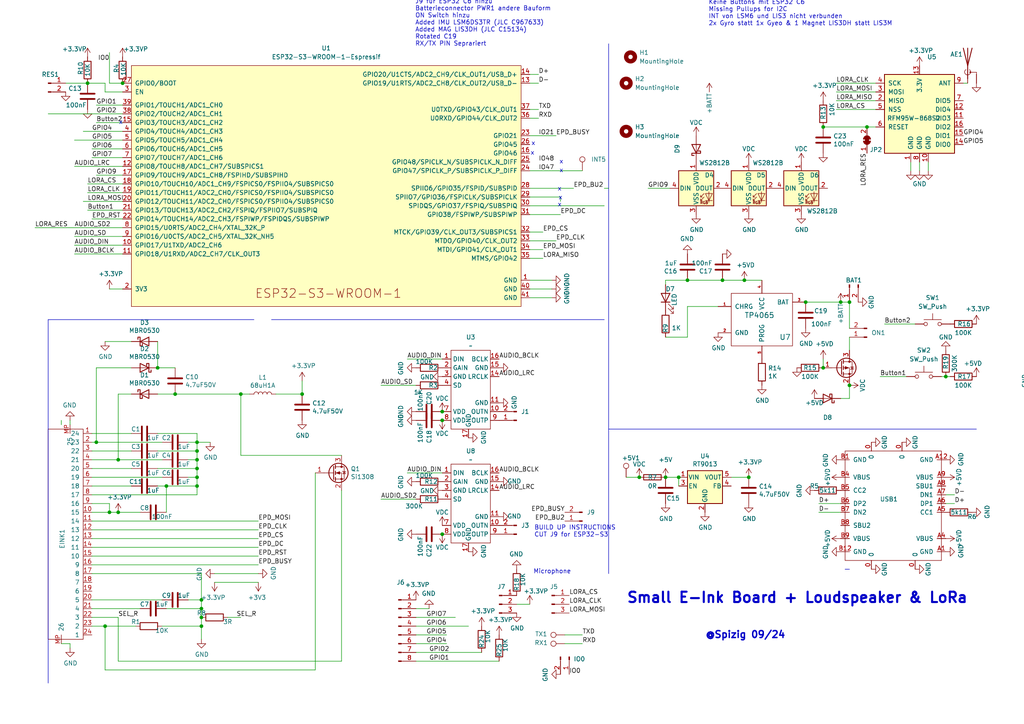
<source format=kicad_sch>
(kicad_sch (version 20231120) (generator "eeschema") (generator_version "8.0")
  (paper "A4")
  (lib_symbols
    (symbol "Connector:Conn_01x02_Pin" (pin_names (offset 1.016) hide)
      (property "Reference" "J" (at 0 2.54 0))
      (property "Value" "Conn_01x02_Pin" (at 0 -5.08 0))
      (symbol "Conn_01x02_Pin_1_1"
        (pin passive line (at 5.08 0 180) (length 3.81) (name "Pin_1") (number "1"))
        (pin passive line (at 5.08 -2.54 180) (length 3.81) (name "Pin_2") (number "2"))
      )
    )
    (symbol "Connector:Conn_01x03_Pin" (pin_names (offset 1.016) hide)
      (property "Reference" "J" (at 0 5.08 0))
      (property "Value" "Conn_01x03_Pin" (at 0 -5.08 0))
      (symbol "Conn_01x03_Pin_1_1"
        (pin passive line (at 5.08 2.54 180) (length 3.81) (name "Pin_1") (number "1"))
        (pin passive line (at 5.08 0 180) (length 3.81) (name "Pin_2") (number "2"))
        (pin passive line (at 5.08 -2.54 180) (length 3.81) (name "Pin_3") (number "3"))
      )
    )
    (symbol "Connector:Conn_01x08_Pin" (pin_names (offset 1.016) hide)
      (property "Reference" "J" (at 0 10.16 0))
      (property "Value" "Conn_01x08_Pin" (at 0 -12.7 0))
      (symbol "Conn_01x08_Pin_1_1"
        (pin passive line (at 5.08 7.62 180) (length 3.81) (name "Pin_1") (number "1"))
        (pin passive line (at 5.08 5.08 180) (length 3.81) (name "Pin_2") (number "2"))
        (pin passive line (at 5.08 2.54 180) (length 3.81) (name "Pin_3") (number "3"))
        (pin passive line (at 5.08 0 180) (length 3.81) (name "Pin_4") (number "4"))
        (pin passive line (at 5.08 -2.54 180) (length 3.81) (name "Pin_5") (number "5"))
        (pin passive line (at 5.08 -5.08 180) (length 3.81) (name "Pin_6") (number "6"))
        (pin passive line (at 5.08 -7.62 180) (length 3.81) (name "Pin_7") (number "7"))
        (pin passive line (at 5.08 -10.16 180) (length 3.81) (name "Pin_8") (number "8"))
      )
    )
    (symbol "Connector:TestPoint" (pin_numbers hide) (pin_names (offset 0.762) hide)
      (property "Reference" "TP" (at 0 6.858 0))
      (property "Value" "TestPoint" (at 0 5.08 0))
      (symbol "TestPoint_1_1"
        (pin passive line (at 0 0 90) (length 2.54) (name "1") (number "1"))
      )
    )
    (symbol "Device:Antenna_Shield" (pin_numbers hide) (pin_names (offset 1.016) hide)
      (property "Reference" "AE" (at -1.905 4.445 0))
      (property "Value" "Antenna_Shield" (at -1.905 2.54 0))
      (symbol "Antenna_Shield_1_1"
        (pin input line (at 0 -5.08 90) (length 2.54) (name "A") (number "1"))
        (pin input line (at 2.54 -5.08 90) (length 2.54) (name "Shield") (number "2"))
      )
    )
    (symbol "Device:C" (pin_numbers hide) (pin_names (offset 0.254))
      (property "Reference" "C" (at 0.635 2.54 0))
      (property "Value" "C" (at 0.635 -2.54 0))
      (symbol "C_1_1"
        (pin passive line (at 0 3.81 270) (length 2.794) (name "~") (number "1"))
        (pin passive line (at 0 -3.81 90) (length 2.794) (name "~") (number "2"))
      )
    )
    (symbol "Device:Fuse" (pin_numbers hide) (pin_names (offset 0))
      (property "Reference" "F" (at 2.032 0 90))
      (property "Value" "Fuse" (at -1.905 0 90))
      (symbol "Fuse_1_1"
        (pin passive line (at 0 3.81 270) (length 1.27) (name "~") (number "1"))
        (pin passive line (at 0 -3.81 90) (length 1.27) (name "~") (number "2"))
      )
    )
    (symbol "Device:L" (pin_numbers hide) (pin_names (offset 1.016) hide)
      (property "Reference" "L" (at -1.27 0 90))
      (property "Value" "L" (at 1.905 0 90))
      (symbol "L_1_1"
        (pin passive line (at 0 3.81 270) (length 1.27) (name "1") (number "1"))
        (pin passive line (at 0 -3.81 90) (length 1.27) (name "2") (number "2"))
      )
    )
    (symbol "Device:LED" (pin_numbers hide) (pin_names (offset 1.016) hide)
      (property "Reference" "D" (at 0 2.54 0))
      (property "Value" "LED" (at 0 -2.54 0))
      (symbol "LED_1_1"
        (pin passive line (at -3.81 0 0) (length 2.54) (name "K") (number "1"))
        (pin passive line (at 3.81 0 180) (length 2.54) (name "A") (number "2"))
      )
    )
    (symbol "Device:R" (pin_numbers hide) (pin_names (offset 0))
      (property "Reference" "R" (at 2.032 0 90))
      (property "Value" "R" (at 0 0 90))
      (symbol "R_1_1"
        (pin passive line (at 0 3.81 270) (length 1.27) (name "~") (number "1"))
        (pin passive line (at 0 -3.81 90) (length 1.27) (name "~") (number "2"))
      )
    )
    (symbol "Diode:MBR0530" (pin_numbers hide) (pin_names (offset 1.016) hide)
      (property "Reference" "D" (at 0 2.54 0))
      (property "Value" "MBR0530" (at 0 -2.54 0))
      (symbol "MBR0530_1_1"
        (pin passive line (at -3.81 0 0) (length 2.54) (name "K") (number "1"))
        (pin passive line (at 3.81 0 180) (length 2.54) (name "A") (number "2"))
      )
    )
    (symbol "Jumper:SolderJumper_2_Bridged" (pin_names (offset 0) hide)
      (property "Reference" "JP" (at 0 2.032 0))
      (property "Value" "SolderJumper_2_Bridged" (at 0 -2.54 0))
      (symbol "SolderJumper_2_Bridged_1_1"
        (pin passive line (at -3.81 0 0) (length 2.54) (name "A") (number "1"))
        (pin passive line (at 3.81 0 180) (length 2.54) (name "B") (number "2"))
      )
    )
    (symbol "LED:WS2812B" (pin_names (offset 0.254))
      (property "Reference" "D" (at 5.08 5.715 0))
      (property "Value" "WS2812B" (at 1.27 -5.715 0))
      (symbol "WS2812B_0_0"
        (text "RGB" (at 2.286 -4.191 0) (effects (font (size 0.762 0.762))))
      )
      (symbol "WS2812B_1_1"
        (pin power_in line (at 0 7.62 270) (length 2.54) (name "VDD") (number "1"))
        (pin output line (at 7.62 0 180) (length 2.54) (name "DOUT") (number "2"))
        (pin power_in line (at 0 -7.62 90) (length 2.54) (name "VSS") (number "3"))
        (pin input line (at -7.62 0 0) (length 2.54) (name "DIN") (number "4"))
      )
    )
    (symbol "MAX98357AETE+T:MAX98357A"
      (property "Reference" "U3" (at -3.175 2.54 0))
      (property "Value" "~" (at -3.175 0 0))
      (symbol "MAX98357A_1_1"
        (pin input line (at -11.43 -3.81 0) (length 2.54) (name "DIN") (number "1"))
        (pin input line (at 5.08 -19.05 180) (length 2.54) (name "OUTN") (number "10"))
        (pin power_in line (at 5.08 -16.51 180) (length 2.54) (name "GND") (number "11"))
        (pin bidirectional line (at 5.08 -13.97 180) (length 2.54) hide (name "N.C.") (number "12"))
        (pin bidirectional line (at 5.08 -11.43 180) (length 2.54) hide (name "N.C.") (number "13"))
        (pin input line (at 5.08 -8.89 180) (length 2.54) (name "LRCLK") (number "14"))
        (pin power_in line (at 5.08 -6.35 180) (length 2.54) (name "GND") (number "15"))
        (pin input line (at 5.08 -3.81 180) (length 2.54) (name "BCLK") (number "16"))
        (pin power_in line (at -3.81 -26.67 90) (length 2.54) (name "GND") (number "17"))
        (pin input line (at -11.43 -6.35 0) (length 2.54) (name "GAIN") (number "2"))
        (pin power_in line (at -11.43 -8.89 0) (length 2.54) (name "GND") (number "3"))
        (pin bidirectional line (at -11.43 -11.43 0) (length 2.54) (name "SD") (number "4"))
        (pin bidirectional line (at -11.43 -13.97 0) (length 2.54) hide (name "N.C.") (number "5"))
        (pin bidirectional line (at -11.43 -16.51 0) (length 2.54) hide (name "N.C.") (number "6"))
        (pin power_in line (at -11.43 -19.05 0) (length 2.54) (name "VDD") (number "7"))
        (pin power_in line (at -11.43 -21.59 0) (length 2.54) (name "VDD") (number "8"))
        (pin input line (at 5.08 -21.59 180) (length 2.54) (name "OUTP") (number "9"))
      )
    )
    (symbol "Mechanical:MountingHole" (pin_names (offset 1.016))
      (property "Reference" "H" (at 0 5.08 0))
      (property "Value" "MountingHole" (at 0 3.175 0))
    )
    (symbol "RF_Module:RFM95W-868S2" (pin_names (offset 1.016))
      (property "Reference" "U" (at -10.414 11.684 0))
      (property "Value" "RFM95W-868S2" (at 1.524 11.43 0))
      (symbol "RFM95W-868S2_1_1"
        (pin power_in line (at -2.54 -15.24 90) (length 2.54) (name "GND") (number "1"))
        (pin power_in line (at 2.54 -15.24 90) (length 2.54) (name "GND") (number "10"))
        (pin bidirectional line (at 12.7 -2.54 180) (length 2.54) (name "DIO3") (number "11"))
        (pin bidirectional line (at 12.7 0 180) (length 2.54) (name "DIO4") (number "12"))
        (pin power_in line (at 0 12.7 270) (length 2.54) (name "3.3V") (number "13"))
        (pin bidirectional line (at 12.7 -10.16 180) (length 2.54) (name "DIO0") (number "14"))
        (pin bidirectional line (at 12.7 -7.62 180) (length 2.54) (name "DIO1") (number "15"))
        (pin bidirectional line (at 12.7 -5.08 180) (length 2.54) (name "DIO2") (number "16"))
        (pin output line (at -12.7 2.54 0) (length 2.54) (name "MISO") (number "2"))
        (pin input line (at -12.7 5.08 0) (length 2.54) (name "MOSI") (number "3"))
        (pin input line (at -12.7 7.62 0) (length 2.54) (name "SCK") (number "4"))
        (pin input line (at -12.7 0 0) (length 2.54) (name "NSS") (number "5"))
        (pin bidirectional line (at -12.7 -5.08 0) (length 2.54) (name "RESET") (number "6"))
        (pin bidirectional line (at 12.7 2.54 180) (length 2.54) (name "DIO5") (number "7"))
        (pin power_in line (at 0 -15.24 90) (length 2.54) (name "GND") (number "8"))
        (pin bidirectional line (at 12.7 7.62 180) (length 2.54) (name "ANT") (number "9"))
      )
    )
    (symbol "Regulator_Linear:TPS72201" (pin_names (offset 0.254))
      (property "Reference" "U" (at -3.81 5.715 0))
      (property "Value" "TPS72201" (at 0 5.715 0))
      (symbol "TPS72201_1_1"
        (pin power_in line (at -7.62 2.54 0) (length 2.54) (name "VIN") (number "1"))
        (pin power_in line (at 0 -7.62 90) (length 2.54) (name "GND") (number "2"))
        (pin input line (at -7.62 0 0) (length 2.54) (name "EN") (number "3"))
        (pin input line (at 7.62 0 180) (length 2.54) (name "FB") (number "4"))
        (pin power_out line (at 7.62 2.54 180) (length 2.54) (name "VOUT") (number "5"))
      )
    )
    (symbol "Sensor:BME280"
      (property "Reference" "U" (at -8.89 11.43 0))
      (property "Value" "BME280" (at 7.62 11.43 0))
      (symbol "BME280_1_1"
        (pin power_in line (at -2.54 -15.24 90) (length 5.08) (name "GND") (number "1"))
        (pin input line (at 15.24 -7.62 180) (length 5.08) (name "CSB") (number "2"))
        (pin bidirectional line (at 15.24 -2.54 180) (length 5.08) (name "SDI") (number "3"))
        (pin input line (at 15.24 2.54 180) (length 5.08) (name "SCK") (number "4"))
        (pin bidirectional line (at 15.24 7.62 180) (length 5.08) (name "SDO") (number "5"))
        (pin power_in line (at -2.54 15.24 270) (length 5.08) (name "VDDIO") (number "6"))
        (pin power_in line (at 2.54 -15.24 90) (length 5.08) (name "GND") (number "7"))
        (pin power_in line (at 2.54 15.24 270) (length 5.08) (name "VDD") (number "8"))
      )
    )
    (symbol "Sensor_Motion:LIS3DH"
      (property "Reference" "U" (at -7.62 11.43 0))
      (property "Value" "LIS3DH" (at 6.35 11.43 0))
      (symbol "LIS3DH_1_1"
        (pin power_in line (at -2.54 12.7 270) (length 2.54) (name "VDD_IO") (number "1"))
        (pin passive line (at 0 -15.24 90) (length 2.54) hide (name "GND") (number "10"))
        (pin output line (at -12.7 5.08 0) (length 2.54) (name "INT1") (number "11"))
        (pin passive line (at 0 -15.24 90) (length 2.54) hide (name "GND") (number "12"))
        (pin input line (at 12.7 -2.54 180) (length 2.54) (name "ADC3") (number "13"))
        (pin power_in line (at 2.54 12.7 270) (length 2.54) (name "VDD") (number "14"))
        (pin input line (at 12.7 0 180) (length 2.54) (name "ADC2") (number "15"))
        (pin input line (at 12.7 2.54 180) (length 2.54) (name "ADC1") (number "16"))
        (pin no_connect line (at 10.16 5.08 180) (length 2.54) hide (name "NC") (number "2"))
        (pin no_connect line (at 10.16 7.62 180) (length 2.54) hide (name "NC") (number "3"))
        (pin input line (at -12.7 -5.08 0) (length 2.54) (name "SCL/SPC") (number "4"))
        (pin power_in line (at 0 -15.24 90) (length 2.54) (name "GND") (number "5"))
        (pin bidirectional line (at -12.7 -2.54 0) (length 2.54) (name "SDA/SDI/SDO") (number "6"))
        (pin bidirectional line (at -12.7 0 0) (length 2.54) (name "SDO/SA0") (number "7"))
        (pin input line (at -12.7 -7.62 0) (length 2.54) (name "CS") (number "8"))
        (pin output line (at -12.7 2.54 0) (length 2.54) (name "INT2") (number "9"))
      )
    )
    (symbol "Sensor_Motion:LSM6DS3"
      (property "Reference" "U" (at -11.43 15.24 0))
      (property "Value" "LSM6DS3" (at -11.43 12.7 0))
      (symbol "LSM6DS3_1_1"
        (pin bidirectional line (at -15.24 7.62 0) (length 2.54) (name "SDO/SA0") (number "1"))
        (pin no_connect line (at 12.7 -5.08 180) (length 3.81) hide (name "NC") (number "10"))
        (pin no_connect line (at 12.7 -2.54 180) (length 3.81) hide (name "NC") (number "11"))
        (pin input line (at -15.24 -7.62 0) (length 2.54) (name "CS") (number "12"))
        (pin input line (at -15.24 -5.08 0) (length 2.54) (name "SCL") (number "13"))
        (pin bidirectional line (at -15.24 -2.54 0) (length 2.54) (name "SDA") (number "14"))
        (pin bidirectional line (at -15.24 5.08 0) (length 2.54) (name "SDX") (number "2"))
        (pin input line (at -15.24 2.54 0) (length 2.54) (name "SCX") (number "3"))
        (pin output line (at 15.24 7.62 180) (length 2.54) (name "INT1") (number "4"))
        (pin power_in line (at 0 15.24 270) (length 2.54) (name "VDDIO") (number "5"))
        (pin power_in line (at 0 -15.24 90) (length 2.54) (name "GND") (number "6"))
        (pin passive line (at 0 -15.24 90) (length 2.54) hide (name "GND") (number "7"))
        (pin power_in line (at 2.54 15.24 270) (length 2.54) (name "VDD") (number "8"))
        (pin output line (at 15.24 5.08 180) (length 2.54) (name "INT2") (number "9"))
      )
    )
    (symbol "Switch:SW_Push" (pin_numbers hide) (pin_names (offset 1.016) hide)
      (property "Reference" "SW" (at 1.27 2.54 0))
      (property "Value" "SW_Push" (at 0 -1.524 0))
      (symbol "SW_Push_0_1"
        (pin passive line (at -5.08 0 0) (length 2.54) (name "1") (number "1"))
        (pin passive line (at 5.08 0 180) (length 2.54) (name "2") (number "2"))
      )
    )
    (symbol "Transistor_FET:2N7002" (pin_names hide)
      (property "Reference" "Q" (at 5.08 1.905 0))
      (property "Value" "2N7002" (at 5.08 0 0))
      (symbol "2N7002_1_1"
        (pin input line (at -5.08 0 0) (length 2.54) (name "G") (number "1"))
        (pin passive line (at 2.54 -5.08 90) (length 2.54) (name "S") (number "2"))
        (pin passive line (at 2.54 5.08 270) (length 2.54) (name "D") (number "3"))
      )
    )
    (symbol "Transistor_FET:DMG2301L" (pin_names hide)
      (property "Reference" "Q" (at 5.08 1.905 0))
      (property "Value" "DMG2301L" (at 5.08 0 0))
      (symbol "DMG2301L_1_1"
        (pin input line (at -5.08 0 0) (length 2.54) (name "G") (number "1"))
        (pin passive line (at 2.54 -5.08 90) (length 2.54) (name "S") (number "2"))
        (pin passive line (at 2.54 5.08 270) (length 2.54) (name "D") (number "3"))
      )
    )
    (symbol "keyboardEink-rescue:Conn_01x02_Male-Connector" (pin_names (offset 1.016) hide)
      (property "Reference" "J" (at 0 2.54 0))
      (property "Value" "Connector_Conn_01x02_Male" (at 0 -5.08 0))
      (symbol "Conn_01x02_Male-Connector_1_1"
        (pin passive line (at 5.08 0 180) (length 3.81) (name "Pin_1") (number "1"))
        (pin passive line (at 5.08 -2.54 180) (length 3.81) (name "Pin_2") (number "2"))
      )
    )
    (symbol "power:+3.3VP" (power) (pin_names (offset 0))
      (property "Value" "+3.3VP" (at 0 2.54 0))
      (symbol "+3.3VP_0_0"
        (pin power_in line (at 0 0 90) (length 0) hide (name "+3.3VP") (number "1"))
      )
    )
    (symbol "power:+5V" (power) (pin_names (offset 0))
      (property "Value" "+5V" (at 0 3.556 0))
      (symbol "+5V_1_1"
        (pin power_in line (at 0 0 90) (length 0) hide (name "+5V") (number "1"))
      )
    )
    (symbol "power:+5VD" (power) (pin_names (offset 0))
      (property "Value" "+5VD" (at 0 3.556 0))
      (symbol "+5VD_1_1"
        (pin power_in line (at 0 0 90) (length 0) hide (name "+5VD") (number "1"))
      )
    )
    (symbol "power:+BATT" (power) (pin_names (offset 0))
      (property "Value" "+BATT" (at 0 3.556 0))
      (symbol "+BATT_1_1"
        (pin power_in line (at 0 0 90) (length 0) hide (name "+BATT") (number "1"))
      )
    )
    (symbol "power:GND" (power) (pin_names (offset 0))
      (property "Value" "GND" (at 0 -3.81 0))
      (symbol "GND_1_1"
        (pin power_in line (at 0 0 270) (length 0) hide (name "GND") (number "1"))
      )
    )
    (symbol "power:VDC" (power) (pin_names (offset 0))
      (property "Value" "VDC" (at 0 6.35 0))
      (symbol "VDC_1_1"
        (pin power_in line (at 0 0 90) (length 0) hide (name "VDC") (number "1"))
      )
    )
    (symbol "s3Basic-rescue:+3.3V-power" (power) (pin_names (offset 0))
      (property "Value" "+3.3V-power" (at 0 3.556 0))
      (symbol "+3.3V-power_1_1"
        (pin power_in line (at 0 0 90) (length 0) hide (name "+3V3") (number "1"))
      )
    )
    (symbol "s3Basic-rescue:ESP32-S3-WROOM-1-Espressif" (pin_names (offset 1.016))
      (property "Reference" "U" (at 0 35.56 0))
      (property "Value" "ESP32-S3-WROOM-1-Espressif" (at 0 -36.83 0))
      (symbol "ESP32-S3-WROOM-1-Espressif_0_0"
        (text "ESP32-S3-WROOM-1" (at 0 -31.75 0) (effects (font (size 2.54 2.54))))
        (pin power_in line (at 58.42 -27.94 180) (length 2.54) (name "GND") (number "1"))
        (pin bidirectional line (at -59.69 -17.78 0) (length 2.54) (name "GPIO17/U1TXD/ADC2_CH6") (number "10"))
        (pin bidirectional line (at -59.69 -20.32 0) (length 2.54) (name "GPIO18/U1RXD/ADC2_CH7/CLK_OUT3") (number "11"))
        (pin bidirectional line (at -59.69 5.08 0) (length 2.54) (name "GPIO8/TOUCH8/ADC1_CH7/SUBSPICS1") (number "12"))
        (pin bidirectional line (at 58.42 29.21 180) (length 2.54) (name "GPIO19/U1RTS/ADC2_CH8/CLK_OUT2/USB_D-") (number "13"))
        (pin bidirectional line (at 58.42 31.75 180) (length 2.54) (name "GPIO20/U1CTS/ADC2_CH9/CLK_OUT1/USB_D+") (number "14"))
        (pin bidirectional line (at -59.69 17.78 0) (length 2.54) (name "GPIO3/TOUCH3/ADC1_CH2") (number "15"))
        (pin bidirectional line (at 58.42 8.89 180) (length 2.54) (name "GPIO46") (number "16"))
        (pin bidirectional line (at -59.69 2.54 0) (length 2.54) (name "GPIO9/TOUCH9/ADC1_CH8/FSPIHD/SUBSPIHD") (number "17"))
        (pin bidirectional line (at -59.69 0 0) (length 2.54) (name "GPIO10/TOUCH10/ADC1_CH9/FSPICS0/FSPIIO4/SUBSPICS0") (number "18"))
        (pin bidirectional line (at -59.69 -2.54 0) (length 2.54) (name "GPIO11/TOUCH11/ADC2_CH0/FSPICS0/FSPIIO4/SUBSPICS0") (number "19"))
        (pin power_in line (at -59.69 -30.48 0) (length 2.54) (name "3V3") (number "2"))
        (pin bidirectional line (at -59.69 -5.08 0) (length 2.54) (name "GPIO12/TOUCH11/ADC2_CH0/FSPICS0/FSPIIO4/SUBSPICS0") (number "20"))
        (pin bidirectional line (at -59.69 -7.62 0) (length 2.54) (name "GPIO13/TOUCH13/ADC2_CH2/FSPIQ/FSPIIO7/SUBSPIQ") (number "21"))
        (pin bidirectional line (at -59.69 -10.16 0) (length 2.54) (name "GPIO14/TOUCH14/ADC2_CH3/FSPIWP/FSPIDQS/SUBSPIWP") (number "22"))
        (pin bidirectional line (at 58.42 13.97 180) (length 2.54) (name "GPIO21") (number "23"))
        (pin bidirectional line (at 58.42 3.81 180) (length 2.54) (name "GPIO47/SPICLK_P/SUBSPICLK_P_DIFF") (number "24"))
        (pin bidirectional line (at 58.42 6.35 180) (length 2.54) (name "GPIO48/SPICLK_N/SUBSPICLK_N_DIFF") (number "25"))
        (pin bidirectional line (at 58.42 11.43 180) (length 2.54) (name "GPIO45") (number "26"))
        (pin bidirectional line (at -59.69 29.21 0) (length 2.54) (name "GPIO0/BOOT") (number "27"))
        (pin bidirectional line (at 58.42 -1.27 180) (length 2.54) (name "SPIIO6/GPIO35/FSPID/SUBSPID") (number "28"))
        (pin bidirectional line (at 58.42 -3.81 180) (length 2.54) (name "SPIIO7/GPIO36/FSPICLK/SUBSPICLK") (number "29"))
        (pin input line (at -59.69 26.67 0) (length 2.54) (name "EN") (number "3"))
        (pin bidirectional line (at 58.42 -6.35 180) (length 2.54) (name "SPIDQS/GPIO37/FSPIQ/SUBSPIQ") (number "30"))
        (pin bidirectional line (at 58.42 -8.89 180) (length 2.54) (name "GPIO38/FSPIWP/SUBSPIWP") (number "31"))
        (pin bidirectional line (at 58.42 -13.97 180) (length 2.54) (name "MTCK/GPIO39/CLK_OUT3/SUBSPICS1") (number "32"))
        (pin bidirectional line (at 58.42 -16.51 180) (length 2.54) (name "MTDO/GPIO40/CLK_OUT2") (number "33"))
        (pin bidirectional line (at 58.42 -19.05 180) (length 2.54) (name "MTDI/GPIO41/CLK_OUT1") (number "34"))
        (pin bidirectional line (at 58.42 -21.59 180) (length 2.54) (name "MTMS/GPIO42") (number "35"))
        (pin bidirectional line (at 58.42 19.05 180) (length 2.54) (name "U0RXD/GPIO44/CLK_OUT2") (number "36"))
        (pin bidirectional line (at 58.42 21.59 180) (length 2.54) (name "U0TXD/GPIO43/CLK_OUT1") (number "37"))
        (pin bidirectional line (at -59.69 20.32 0) (length 2.54) (name "GPIO2/TOUCH2/ADC1_CH1") (number "38"))
        (pin bidirectional line (at -59.69 22.86 0) (length 2.54) (name "GPIO1/TOUCH1/ADC1_CH0") (number "39"))
        (pin bidirectional line (at -59.69 15.24 0) (length 2.54) (name "GPIO4/TOUCH4/ADC1_CH3") (number "4"))
        (pin power_in line (at 58.42 -30.48 180) (length 2.54) (name "GND") (number "40"))
        (pin power_in line (at 58.42 -33.02 180) (length 2.54) (name "GND") (number "41"))
        (pin bidirectional line (at -59.69 12.7 0) (length 2.54) (name "GPIO5/TOUCH5/ADC1_CH4") (number "5"))
        (pin bidirectional line (at -59.69 10.16 0) (length 2.54) (name "GPIO6/TOUCH6/ADC1_CH5") (number "6"))
        (pin bidirectional line (at -59.69 7.62 0) (length 2.54) (name "GPIO7/TOUCH7/ADC1_CH6") (number "7"))
        (pin bidirectional line (at -59.69 -12.7 0) (length 2.54) (name "GPIO15/U0RTS/ADC2_CH4/XTAL_32K_P") (number "8"))
        (pin bidirectional line (at -59.69 -15.24 0) (length 2.54) (name "GPIO16/U0CTS/ADC2_CH5/XTAL_32K_NH5") (number "9"))
      )
    )
    (symbol "s3Basic-rescue:FPCConn-Connector2" (pin_names (offset 1.016))
      (property "Reference" "U" (at 0 0 0))
      (property "Value" "FPCConn-Connector2" (at 0 0 0))
      (symbol "FPCConn-Connector2_1_1"
        (pin input line (at 0 54.61 180) (length 2.54) (name "24") (number "1"))
        (pin input line (at 0 31.75 180) (length 2.54) (name "15") (number "10"))
        (pin input line (at 0 29.21 180) (length 2.54) (name "14") (number "11"))
        (pin input line (at 0 26.67 180) (length 2.54) (name "13") (number "12"))
        (pin input line (at 0 24.13 180) (length 2.54) (name "12") (number "13"))
        (pin input line (at 0 21.59 180) (length 2.54) (name "11") (number "14"))
        (pin input line (at 0 19.05 180) (length 2.54) (name "10") (number "15"))
        (pin input line (at 0 16.51 180) (length 2.54) (name "9") (number "16"))
        (pin input line (at 0 13.97 180) (length 2.54) (name "8") (number "17"))
        (pin input line (at 0 11.43 180) (length 2.54) (name "7") (number "18"))
        (pin input line (at 0 8.89 180) (length 2.54) (name "6") (number "19"))
        (pin input line (at 0 52.07 180) (length 2.54) (name "23") (number "2"))
        (pin input line (at 0 6.35 180) (length 2.54) (name "5") (number "20"))
        (pin input line (at 0 3.81 180) (length 2.54) (name "4") (number "21"))
        (pin input line (at 0 1.27 180) (length 2.54) (name "3") (number "22"))
        (pin input line (at 0 -1.27 180) (length 2.54) (name "2") (number "23"))
        (pin input line (at 0 -3.81 180) (length 2.54) (name "1") (number "24"))
        (pin input line (at 0 49.53 180) (length 2.54) (name "22") (number "3"))
        (pin input line (at 0 46.99 180) (length 2.54) (name "21") (number "4"))
        (pin input line (at 0 44.45 180) (length 2.54) (name "20") (number "5"))
        (pin input line (at 0 41.91 180) (length 2.54) (name "19") (number "6"))
        (pin input line (at 0 39.37 180) (length 2.54) (name "18") (number "7"))
        (pin input line (at 0 36.83 180) (length 2.54) (name "17") (number "8"))
        (pin input line (at 0 34.29 180) (length 2.54) (name "16") (number "9"))
        (pin bidirectional line (at -6.35 57.15 270) (length 2.54) (name "25") (number "MP"))
        (pin bidirectional line (at -8.89 -6.35 90) (length 2.54) (name "26") (number "MP"))
      )
    )
    (symbol "tp4056:KoreanHropartsElecTYPE-C-31-M-12" (pin_names (offset 1.016))
      (property "Reference" "U" (at 0 0 0))
      (property "Value" "KoreanHropartsElecTYPE-C-31-M-12" (at 0 0 0))
      (symbol "KoreanHropartsElecTYPE-C-31-M-12_1_1"
        (pin unspecified line (at 1.27 -35.56 90) (length 2.54) (name "0") (number "0"))
        (pin unspecified line (at 1.27 1.27 270) (length 2.54) (name "0") (number "0"))
        (pin unspecified line (at 10.16 1.27 270) (length 2.54) (name "0") (number "0"))
        (pin unspecified line (at 13.97 -35.56 90) (length 2.54) (name "0") (number "0"))
        (pin power_out line (at 22.86 -30.48 180) (length 2.54) (name "GND") (number "A1"))
        (pin power_out line (at 22.86 -3.81 180) (length 2.54) (name "GND") (number "A12"))
        (pin power_in line (at 22.86 -26.67 180) (length 2.54) (name "VBUS") (number "A4"))
        (pin bidirectional line (at 22.86 -19.05 180) (length 2.54) (name "CC1") (number "A5"))
        (pin bidirectional line (at 22.86 -16.51 180) (length 2.54) (name "DP1") (number "A6"))
        (pin bidirectional line (at 22.86 -13.97 180) (length 2.54) (name "DN1") (number "A7"))
        (pin bidirectional line (at 22.86 -11.43 180) (length 2.54) (name "SBU1") (number "A8"))
        (pin power_in line (at 22.86 -8.89 180) (length 2.54) (name "VBUS") (number "A9"))
        (pin power_out line (at -7.62 -3.81 0) (length 2.54) (name "GND") (number "B1"))
        (pin power_in line (at -7.62 -30.48 0) (length 2.54) (name "GND") (number "B12"))
        (pin power_in line (at -7.62 -8.89 0) (length 2.54) (name "VBUS") (number "B4"))
        (pin bidirectional line (at -7.62 -12.7 0) (length 2.54) (name "CC2") (number "B5"))
        (pin bidirectional line (at -7.62 -16.51 0) (length 2.54) (name "DP2") (number "B6"))
        (pin bidirectional line (at -7.62 -19.05 0) (length 2.54) (name "DN2") (number "B7"))
        (pin bidirectional line (at -7.62 -22.86 0) (length 2.54) (name "SBU2") (number "B8"))
        (pin power_in line (at -7.62 -26.67 0) (length 2.54) (name "VBUS") (number "B9"))
      )
    )
    (symbol "tp4056:TP4065" (pin_names (offset 1.016))
      (property "Reference" "U" (at -8.89 10.16 0))
      (property "Value" "TP4065" (at 8.89 10.16 0))
      (symbol "TP4065_1_1"
        (pin open_collector line (at -12.7 5.08 0) (length 3.81) (name "CHRG") (number "1"))
        (pin power_in line (at -12.7 -2.54 0) (length 3.81) (name "GND") (number "2"))
        (pin power_out line (at 12.7 6.35 180) (length 3.81) (name "BAT") (number "3"))
        (pin power_in line (at 0 12.7 270) (length 3.81) (name "VCC") (number "4"))
        (pin passive line (at 0 -10.16 90) (length 3.81) (name "PROG") (number "5"))
      )
    )
  )
  (junction (at 243.84 87.63))
  (junction (at 50.8 114.3))
  (junction (at 215.9 81.28))
  (junction (at 57.15 133.35))
  (junction (at 45.72 106.68))
  (junction (at 308.61 110.49))
  (junction (at 30.48 181.61))
  (junction (at 246.38 111.76))
  (junction (at 196.85 138.43))
  (junction (at 34.29 148.59))
  (junction (at 34.29 133.35))
  (junction (at 58.42 176.53))
  (junction (at 57.15 138.43))
  (junction (at 31.75 148.59))
  (junction (at 128.27 121.92))
  (junction (at 185.42 138.43))
  (junction (at 69.85 114.3))
  (junction (at 193.04 138.43))
  (junction (at 274.32 109.22))
  (junction (at 238.76 106.68))
  (junction (at 35.56 24.13))
  (junction (at 251.46 36.83))
  (junction (at 238.76 36.83))
  (junction (at 209.55 81.28))
  (junction (at 57.15 130.81))
  (junction (at 87.63 114.3))
  (junction (at 27.94 128.27))
  (junction (at 246.38 87.63))
  (junction (at 25.4 24.13))
  (junction (at 57.15 140.97))
  (junction (at 233.68 87.63))
  (junction (at 58.42 181.61))
  (junction (at 199.39 81.28))
  (junction (at 57.15 128.27))
  (junction (at 58.42 179.07))
  (junction (at 57.15 135.89))
  (junction (at 48.26 140.97))
  (junction (at 128.27 154.94))
  (junction (at 128.27 119.38))
  (junction (at 217.17 138.43))
  (junction (at 58.42 173.99))
  (wire (pts (xy 30.48 24.13) (xy 30.48 26.67)))
  (wire (pts (xy 242.57 26.67) (xy 254 26.67)))
  (wire (pts (xy 243.84 87.63) (xy 246.38 87.63)))
  (wire (pts (xy 30.48 194.31) (xy 91.44 194.31)))
  (wire (pts (xy 27.94 30.48) (xy 35.56 30.48)))
  (wire (pts (xy 313.69 107.95) (xy 316.23 107.95)))
  (wire (pts (xy 31.75 24.13) (xy 35.56 24.13)))
  (wire (pts (xy 246.38 97.79) (xy 246.38 101.6)))
  (wire (pts (xy 57.15 140.97) (xy 57.15 138.43)))
  (wire (pts (xy 38.1 135.89) (xy 26.67 135.89)))
  (wire (pts (xy 31.75 83.82) (xy 35.56 83.82)))
  (wire (pts (xy 34.29 114.3) (xy 34.29 133.35)))
  (wire (pts (xy 34.29 133.35) (xy 46.99 133.35)))
  (wire (pts (xy 153.67 49.53) (xy 168.91 49.53)))
  (wire (pts (xy 274.32 146.05) (xy 276.86 146.05)))
  (wire (pts (xy 153.67 59.69) (xy 175.26 59.69)))
  (wire (pts (xy 40.64 148.59) (xy 34.29 148.59)))
  (wire (pts (xy 30.48 194.31) (xy 30.48 181.61)))
  (wire (pts (xy 196.85 138.43) (xy 196.85 140.97)))
  (wire (pts (xy 341.63 110.49) (xy 346.71 110.49)))
  (wire (pts (xy 120.65 189.23) (xy 139.7 189.23)))
  (wire (pts (xy 26.67 45.72) (xy 35.56 45.72)))
  (wire (pts (xy 13.97 33.02) (xy 35.56 33.02)))
  (wire (pts (xy 30.48 26.67) (xy 35.56 26.67)))
  (wire (pts (xy 209.55 81.28) (xy 199.39 81.28)))
  (wire (pts (xy 54.61 138.43) (xy 57.15 138.43)))
  (wire (pts (xy 58.42 173.99) (xy 58.42 176.53)))
  (wire (pts (xy 25.4 53.34) (xy 35.56 53.34)))
  (wire (pts (xy 358.14 58.42) (xy 359.41 58.42)))
  (wire (pts (xy 279.4 24.13) (xy 280.67 24.13)))
  (wire (pts (xy 10.16 66.04) (xy 35.56 66.04)))
  (polyline (pts (xy 176.53 124.46) (xy 283.21 124.46)))
  (wire (pts (xy 69.85 132.08) (xy 99.06 132.08)))
  (wire (pts (xy 17.78 121.92) (xy 17.78 123.19)))
  (wire (pts (xy 38.1 125.73) (xy 26.67 125.73)))
  (wire (pts (xy 251.46 36.83) (xy 254 36.83)))
  (wire (pts (xy 193.04 97.79) (xy 199.39 97.79)))
  (wire (pts (xy 26.67 176.53) (xy 40.64 176.53)))
  (wire (pts (xy 57.15 138.43) (xy 57.15 135.89)))
  (wire (pts (xy 256.54 93.98) (xy 265.43 93.98)))
  (wire (pts (xy 27.94 106.68) (xy 38.1 106.68)))
  (wire (pts (xy 199.39 97.79) (xy 199.39 88.9)))
  (wire (pts (xy 274.32 109.22) (xy 275.59 109.22)))
  (wire (pts (xy 220.98 81.28) (xy 215.9 81.28)))
  (wire (pts (xy 54.61 173.99) (xy 58.42 173.99)))
  (wire (pts (xy 358.14 53.34) (xy 359.41 53.34)))
  (wire (pts (xy 246.38 115.57) (xy 243.84 115.57)))
  (wire (pts (xy 120.65 191.77) (xy 144.78 191.77)))
  (wire (pts (xy 153.67 57.15) (xy 162.56 57.15)))
  (wire (pts (xy 54.61 133.35) (xy 57.15 133.35)))
  (wire (pts (xy 48.26 140.97) (xy 48.26 148.59)))
  (wire (pts (xy 45.72 135.89) (xy 57.15 135.89)))
  (wire (pts (xy 46.99 173.99) (xy 26.67 173.99)))
  (wire (pts (xy 31.75 15.24) (xy 31.75 24.13)))
  (wire (pts (xy 274.32 143.51) (xy 276.86 143.51)))
  (wire (pts (xy 57.15 128.27) (xy 57.15 125.73)))
  (wire (pts (xy 237.49 148.59) (xy 243.84 148.59)))
  (wire (pts (xy 26.67 158.75) (xy 74.93 158.75)))
  (wire (pts (xy 269.24 46.99) (xy 269.24 49.53)))
  (wire (pts (xy 215.9 81.28) (xy 209.55 81.28)))
  (polyline (pts (xy 13.97 92.71) (xy 73.66 92.71)))
  (wire (pts (xy 181.61 138.43) (xy 185.42 138.43)))
  (wire (pts (xy 153.67 54.61) (xy 166.37 54.61)))
  (wire (pts (xy 27.94 35.56) (xy 35.56 35.56)))
  (wire (pts (xy 26.67 161.29) (xy 74.93 161.29)))
  (wire (pts (xy 26.67 63.5) (xy 35.56 63.5)))
  (wire (pts (xy 153.67 83.82) (xy 160.02 83.82)))
  (wire (pts (xy 57.15 130.81) (xy 57.15 128.27)))
  (wire (pts (xy 57.15 135.89) (xy 57.15 133.35)))
  (polyline (pts (xy 13.97 198.12) (xy 13.97 92.71)))
  (wire (pts (xy 69.85 132.08) (xy 69.85 114.3)))
  (wire (pts (xy 48.26 176.53) (xy 58.42 176.53)))
  (wire (pts (xy 45.72 140.97) (xy 48.26 140.97)))
  (wire (pts (xy 27.94 128.27) (xy 27.94 106.68)))
  (wire (pts (xy 24.13 58.42) (xy 35.56 58.42)))
  (wire (pts (xy 24.13 38.1) (xy 35.56 38.1)))
  (wire (pts (xy 341.63 105.41) (xy 345.44 105.41)))
  (wire (pts (xy 34.29 179.07) (xy 34.29 191.77)))
  (wire (pts (xy 199.39 81.28) (xy 193.04 81.28)))
  (wire (pts (xy 27.94 50.8) (xy 35.56 50.8)))
  (wire (pts (xy 46.99 181.61) (xy 58.42 181.61)))
  (wire (pts (xy 45.72 130.81) (xy 57.15 130.81)))
  (wire (pts (xy 62.23 166.37) (xy 74.93 166.37)))
  (wire (pts (xy 30.48 181.61) (xy 26.67 181.61)))
  (wire (pts (xy 341.63 113.03) (xy 347.98 113.03)))
  (wire (pts (xy 26.67 151.13) (xy 74.93 151.13)))
  (wire (pts (xy 25.4 55.88) (xy 35.56 55.88)))
  (wire (pts (xy 162.56 58.42) (xy 162.56 57.15)))
  (wire (pts (xy 187.96 54.61) (xy 194.31 54.61)))
  (wire (pts (xy 233.68 87.63) (xy 243.84 87.63)))
  (wire (pts (xy 45.72 114.3) (xy 50.8 114.3)))
  (wire (pts (xy 120.65 179.07) (xy 132.08 179.07)))
  (wire (pts (xy 309.88 107.95) (xy 309.88 110.49)))
  (wire (pts (xy 50.8 114.3) (xy 69.85 114.3)))
  (wire (pts (xy 26.67 130.81) (xy 38.1 130.81)))
  (wire (pts (xy 242.57 31.75) (xy 254 31.75)))
  (wire (pts (xy 17.78 186.69) (xy 20.32 186.69)))
  (wire (pts (xy 273.05 109.22) (xy 274.32 109.22)))
  (wire (pts (xy 118.11 137.16) (xy 128.27 137.16)))
  (wire (pts (xy 34.29 191.77) (xy 99.06 191.77)))
  (wire (pts (xy 50.8 106.68) (xy 45.72 106.68)))
  (wire (pts (xy 58.42 181.61) (xy 58.42 185.42)))
  (wire (pts (xy 153.67 31.75) (xy 156.21 31.75)))
  (wire (pts (xy 212.09 138.43) (xy 217.17 138.43)))
  (wire (pts (xy 69.85 179.07) (xy 66.04 179.07)))
  (wire (pts (xy 80.01 114.3) (xy 87.63 114.3)))
  (wire (pts (xy 21.59 68.58) (xy 35.56 68.58)))
  (wire (pts (xy 19.05 24.13) (xy 25.4 24.13)))
  (wire (pts (xy 58.42 166.37) (xy 58.42 173.99)))
  (wire (pts (xy 246.38 87.63) (xy 246.38 95.25)))
  (wire (pts (xy 31.75 148.59) (xy 34.29 148.59)))
  (wire (pts (xy 21.59 40.64) (xy 35.56 40.64)))
  (wire (pts (xy 39.37 181.61) (xy 30.48 181.61)))
  (wire (pts (xy 87.63 110.49) (xy 87.63 114.3)))
  (wire (pts (xy 153.67 67.31) (xy 157.48 67.31)))
  (wire (pts (xy 237.49 146.05) (xy 243.84 146.05)))
  (wire (pts (xy 99.06 191.77) (xy 99.06 142.24)))
  (wire (pts (xy 26.67 153.67) (xy 74.93 153.67)))
  (wire (pts (xy 20.32 123.19) (xy 20.32 121.92)))
  (wire (pts (xy 26.67 43.18) (xy 35.56 43.18)))
  (wire (pts (xy 45.72 99.06) (xy 45.72 106.68)))
  (wire (pts (xy 153.67 86.36) (xy 160.02 86.36)))
  (wire (pts (xy 153.67 24.13) (xy 156.21 24.13)))
  (wire (pts (xy 264.16 46.99) (xy 264.16 49.53)))
  (wire (pts (xy 163.83 184.15) (xy 168.91 184.15)))
  (wire (pts (xy 193.04 81.28) (xy 193.04 82.55)))
  (wire (pts (xy 27.94 128.27) (xy 46.99 128.27)))
  (wire (pts (xy 341.63 100.33) (xy 345.44 100.33)))
  (wire (pts (xy 57.15 125.73) (xy 45.72 125.73)))
  (wire (pts (xy 26.67 148.59) (xy 31.75 148.59)))
  (wire (pts (xy 199.39 88.9) (xy 208.28 88.9)))
  (wire (pts (xy 46.99 138.43) (xy 26.67 138.43)))
  (polyline (pts (xy 176.53 12.7) (xy 176.53 166.37)))
  (wire (pts (xy 69.85 114.3) (xy 72.39 114.3)))
  (wire (pts (xy 26.67 156.21) (xy 74.93 156.21)))
  (wire (pts (xy 242.57 29.21) (xy 254 29.21)))
  (wire (pts (xy 342.9 143.51) (xy 347.98 143.51)))
  (wire (pts (xy 38.1 114.3) (xy 34.29 114.3)))
  (wire (pts (xy 153.67 62.23) (xy 162.56 62.23)))
  (wire (pts (xy 149.86 175.26) (xy 153.67 175.26)))
  (wire (pts (xy 74.93 168.91) (xy 62.23 168.91)))
  (wire (pts (xy 120.65 176.53) (xy 124.46 176.53)))
  (wire (pts (xy 153.67 39.37) (xy 161.29 39.37)))
  (wire (pts (xy 120.65 186.69) (xy 129.54 186.69)))
  (wire (pts (xy 193.04 138.43) (xy 196.85 138.43)))
  (wire (pts (xy 255.27 109.22) (xy 262.89 109.22)))
  (wire (pts (xy 38.1 99.06) (xy 30.48 99.06)))
  (wire (pts (xy 153.67 21.59) (xy 156.21 21.59)))
  (wire (pts (xy 26.67 179.07) (xy 34.29 179.07)))
  (wire (pts (xy 58.42 176.53) (xy 58.42 179.07)))
  (wire (pts (xy 153.67 34.29) (xy 156.21 34.29)))
  (wire (pts (xy 54.61 128.27) (xy 57.15 128.27)))
  (wire (pts (xy 153.67 69.85) (xy 161.29 69.85)))
  (wire (pts (xy 118.11 104.14) (xy 128.27 104.14)))
  (polyline (pts (xy 245.11 165.1) (xy 246.38 165.1)))
  (wire (pts (xy 91.44 137.16) (xy 91.44 194.31)))
  (wire (pts (xy 21.59 48.26) (xy 35.56 48.26)))
  (wire (pts (xy 48.26 140.97) (xy 57.15 140.97)))
  (wire (pts (xy 298.45 151.13) (xy 312.42 151.13)))
  (wire (pts (xy 31.75 146.05) (xy 31.75 148.59)))
  (wire (pts (xy 30.48 24.13) (xy 25.4 24.13)))
  (wire (pts (xy 153.67 74.93) (xy 157.48 74.93)))
  (wire (pts (xy 266.7 46.99) (xy 266.7 49.53)))
  (wire (pts (xy 58.42 179.07) (xy 58.42 181.61)))
  (wire (pts (xy 176.53 54.61) (xy 175.26 54.61)))
  (wire (pts (xy 110.49 111.76) (xy 120.65 111.76)))
  (wire (pts (xy 298.45 153.67) (xy 312.42 153.67)))
  (wire (pts (xy 57.15 143.51) (xy 57.15 140.97)))
  (wire (pts (xy 120.65 181.61) (xy 135.89 181.61)))
  (wire (pts (xy 26.67 166.37) (xy 58.42 166.37)))
  (wire (pts (xy 26.67 140.97) (xy 38.1 140.97)))
  (wire (pts (xy 242.57 24.13) (xy 254 24.13)))
  (wire (pts (xy 57.15 128.27) (xy 60.96 128.27)))
  (wire (pts (xy 57.15 133.35) (xy 57.15 130.81)))
  (wire (pts (xy 21.59 73.66) (xy 35.56 73.66)))
  (wire (pts (xy 25.4 60.96) (xy 35.56 60.96)))
  (wire (pts (xy 120.65 184.15) (xy 129.54 184.15)))
  (wire (pts (xy 246.38 111.76) (xy 246.38 115.57)))
  (wire (pts (xy 21.59 71.12) (xy 35.56 71.12)))
  (wire (pts (xy 26.67 128.27) (xy 27.94 128.27)))
  (wire (pts (xy 26.67 163.83) (xy 74.93 163.83)))
  (wire (pts (xy 20.32 186.69) (xy 20.32 187.96)))
  (wire (pts (xy 238.76 36.83) (xy 251.46 36.83)))
  (wire (pts (xy 341.63 102.87) (xy 345.44 102.87)))
  (wire (pts (xy 238.76 106.68) (xy 238.76 104.14)))
  (wire (pts (xy 110.49 144.78) (xy 120.65 144.78)))
  (wire (pts (xy 153.67 81.28) (xy 160.02 81.28)))
  (wire (pts (xy 26.67 143.51) (xy 57.15 143.51)))
  (polyline (pts (xy 78.74 92.71) (xy 175.26 92.71)))
  (wire (pts (xy 153.67 72.39) (xy 157.48 72.39)))
  (wire (pts (xy 342.9 140.97) (xy 345.44 140.97)))
  (wire (pts (xy 26.67 146.05) (xy 31.75 146.05)))
  (wire (pts (xy 26.67 133.35) (xy 34.29 133.35)))
  (wire (pts (xy 163.83 186.69) (xy 168.91 186.69)))
  (text "x" (at 162.814 49.53 0) (effects (font (size 1.27 1.27))))
  (text "BUGS:\nJP2 auf closed gelötet\nKEIN LORA mit ESP32 C6\nKeine Buttons mit ESP32 C6\nMissing Pullups for I2C\nINT von LSM6 und LIS3 nicht verbunden\n2x Gyro statt 1x Gyeo & 1 Magnet LIS3DH statt LIS3M" (at 205.486 0.762 0) (effects (font (size 1.27 1.27)) (justify left)))
  (text "x" (at 154.432 44.45 0) (effects (font (size 1.27 1.27))))
  (text "x" (at 162.56 57.404 0) (effects (font (size 1.27 1.27))))
  (text "BUILD UP INSTRUCTIONS\nCUT J9 for ESP32-S3" (at 154.94 154.178 0) (effects (font (size 1.27 1.27)) (justify left)))
  (text "Microphone" (at 154.686 165.862 0) (effects (font (size 1.27 1.27)) (justify left)))
  (text "x" (at 162.814 46.99 0) (effects (font (size 1.27 1.27))))
  (text "@Spizig 09/24" (at 204.47 185.42 0) (effects (font (size 2.0066 2.0066) (thickness 0.4013) (bold yes)) (justify left bottom)))
  (text "fixed in V3:\nJP1 an GPUO35, IO36, IO37 entfernt\nTP5 and AUDIO_IN entfernt\nR19 hinzu als Spannungsteiler um ESP32 nicht zu überlasten\nJ1 ersetzt Bauform THT statt SMD\nAntennen u.FL. Connector hinzu\nTP2 hinzu als Batterie Spannungsmessung\nIO0 andere Bauform\nRES andere Bauform\nSW1/SW2 GND auf Shield entfernt\nJ4 PowerSchalter hinzu\nJ9 für ESP32 C6 hinzu\nBatterieconnector PWR1 andere Bauform\nON Switch hinzu\nAdded IMU LSM6DS3TR (JLC C967633)\nAdded MAG LIS3DH (JLC C15134)\nRotated C19\nRX/TX PIN Seprariert" (at 120.396 -4.572 0) (effects (font (size 1.27 1.27)) (justify left)))
  (text "x" (at 162.306 59.436 0) (effects (font (size 1.27 1.27))))
  (text "x" (at 154.686 41.656 0) (effects (font (size 1.27 1.27))))
  (text "BUILD UP INSTRUCTIONS\nCUT J9 for ESP32-S3 Usage" (at 251.714 -3.302 0) (effects (font (size 1.27 1.27)) (justify left)))
  (text "Small E-Ink Board + Loudspeaker & LoRa\n" (at 181.61 175.26 0) (effects (font (size 2.9972 2.9972) (thickness 0.5994) (bold yes)) (justify left bottom)))
  (text "x" (at 35.052 35.56 0) (effects (font (size 1.27 1.27))))
  (text "x" (at 162.306 54.864 0) (effects (font (size 1.27 1.27))))
  (label "GPIO2" (at 345.44 102.87 0))
  (label "AUDIO_LRC" (at 21.59 48.26 0))
  (label "IO0" (at 31.75 17.78 180))
  (label "AUDIO_DIN" (at 118.11 104.14 0))
  (label "EPD_RST" (at 74.93 161.29 0))
  (label "EPD_CLK" (at 74.93 153.67 0))
  (label "IO47" (at 156.21 49.53 0))
  (label "Button1" (at 255.27 109.22 0))
  (label "EPD_BU2" (at 163.83 151.13 180))
  (label "GPIO4" (at 129.54 186.69 180))
  (label "EPD_BUSY" (at 161.29 39.37 0))
  (label "LORA_CLK" (at 242.57 24.13 0))
  (label "LORA_RES" (at 10.16 66.04 0))
  (label "IO21" (at 156.21 39.37 0))
  (label "EPD_BU2" (at 166.37 54.61 0))
  (label "AUDIO_SD" (at 21.59 68.58 0))
  (label "SEL_R" (at 34.29 179.07 0))
  (label "AUDIO_DIN" (at 21.59 71.12 0))
  (label "EPD_BUSY" (at 163.83 148.59 180))
  (label "AUDIO_BCLK" (at 21.59 73.66 0))
  (label "EPD_MOSI" (at 157.48 72.39 0))
  (label "GPIO9" (at 27.94 50.8 0))
  (label "LORA_CS" (at 165.1 172.72 0))
  (label "RXD" (at 168.91 186.69 0))
  (label "GPIO1" (at 27.94 30.48 0))
  (label "EPD_CLK" (at 161.29 69.85 0))
  (label "LORA_CS" (at 242.57 31.75 0))
  (label "AUDIO_BCLK" (at 144.78 104.14 0))
  (label "LORA_MISO" (at 157.48 74.93 0))
  (label "GPIO9" (at 187.96 54.61 0))
  (label "TXD" (at 156.21 31.75 0))
  (label "GPIO1" (at 124.46 191.77 0))
  (label "GPIO2" (at 359.41 53.34 0))
  (label "GPIO1" (at 359.41 58.42 0))
  (label "TXD" (at 168.91 184.15 0))
  (label "Button1" (at 25.4 60.96 0))
  (label "GPIO7" (at 26.67 45.72 0))
  (label "AUDIO_SD" (at 110.49 111.76 0))
  (label "GPIO1" (at 345.44 105.41 0))
  (label "GPIO5" (at 129.54 184.15 180))
  (label "D+" (at 156.21 21.59 0))
  (label "Button2" (at 256.54 93.98 0))
  (label "D+" (at 237.49 146.05 0))
  (label "GPIO1" (at 298.45 151.13 0))
  (label "RXD" (at 156.21 34.29 0))
  (label "LORA_RES" (at 251.46 44.45 270))
  (label "AUDIO_BCLK" (at 144.78 137.16 0))
  (label "AUDIO_LRC" (at 144.78 109.22 0))
  (label "LORA_CLK" (at 25.4 55.88 0))
  (label "EPD_BUSY" (at 74.93 163.83 0))
  (label "SEL_R" (at 68.58 179.07 0))
  (label "EPD_CS" (at 157.48 67.31 0))
  (label "GPIO5" (at 279.4 41.91 0))
  (label "LORA_CLK" (at 165.1 175.26 0))
  (label "EPD_CS" (at 74.93 156.21 0))
  (label "LORA_CS" (at 25.4 53.34 0))
  (label "IO0" (at 165.1 195.58 0))
  (label "LORA_MOSI" (at 165.1 177.8 0))
  (label "GPIO2" (at 298.45 153.67 0))
  (label "GPIO6" (at 26.67 43.18 0))
  (label "AUDIO_LRC" (at 144.78 142.24 0))
  (label "LORA_MOSI" (at 25.4 58.42 0))
  (label "GPIO4" (at 279.4 39.37 0))
  (label "EPD_MOSI" (at 74.93 151.13 0))
  (label "D-" (at 276.86 143.51 0))
  (label "EPD_DC" (at 162.56 62.23 0))
  (label "AUDIO_SD2" (at 21.59 66.04 0))
  (label "GPIO2" (at 27.94 33.02 0))
  (label "LORA_MISO" (at 242.57 29.21 0))
  (label "D+" (at 276.86 146.05 0))
  (label "EPD_DC" (at 74.93 158.75 0))
  (label "GPIO4" (at 26.67 38.1 0))
  (label "GPIO2" (at 124.46 189.23 0))
  (label "IO48" (at 156.21 46.99 0))
  (label "GPIO6" (at 129.54 181.61 180))
  (label "D-" (at 237.49 148.59 0))
  (label "AUDIO_DIN" (at 118.11 137.16 0))
  (label "LORA_MOSI" (at 242.57 26.67 0))
  (label "GPIO7" (at 129.54 179.07 180))
  (label "D-" (at 156.21 24.13 0))
  (label "GPIO5" (at 26.67 40.64 0))
  (label "AUDIO_SD2" (at 110.49 144.78 0))
  (label "Button2" (at 27.94 35.56 0))
  (label "EPD_RST" (at 26.67 63.5 0))
  (symbol (lib_id "Diode:MBR0530") (at 41.91 99.06 0) (unit 1)
    (property "Reference" "D3" (at 41.91 93.5482 0))
    (property "Value" "MBR0530" (at 41.91 95.8596 0))
    (property "Footprint" "Diode_SMD:D_SOD-123" (effects (hide yes)))
    (property "Datasheet" "http://www.mccsemi.com/up_pdf/MBR0520~MBR0580(SOD123).pdf" (effects (hide yes)))
  )
  (symbol (lib_id "Diode:MBR0530") (at 41.91 106.68 180) (unit 1)
    (property "Reference" "D2" (at 41.91 101.1682 0))
    (property "Value" "MBR0530" (at 41.91 103.4796 0))
    (property "Footprint" "Diode_SMD:D_SOD-123" (effects (hide yes)))
    (property "Datasheet" "http://www.mccsemi.com/up_pdf/MBR0520~MBR0580(SOD123).pdf" (effects (hide yes)))
  )
  (symbol (lib_id "Diode:MBR0530") (at 41.91 114.3 0) (unit 1)
    (property "Reference" "D1" (at 41.91 108.7882 0))
    (property "Value" "MBR0530" (at 41.91 111.0996 0))
    (property "Footprint" "Diode_SMD:D_SOD-123" (effects (hide yes)))
    (property "Datasheet" "http://www.mccsemi.com/up_pdf/MBR0520~MBR0580(SOD123).pdf" (effects (hide yes)))
  )
  (symbol (lib_id "Transistor_FET:2N7002") (at 96.52 137.16 0) (unit 1)
    (property "Reference" "Q1" (at 101.7016 135.9916 0) (effects (justify left)))
    (property "Value" "Si1308" (at 101.7016 138.303 0) (effects (justify left)))
    (property "Footprint" "Package_TO_SOT_SMD:SOT-323_SC-70" (effects (hide yes)))
    (property "Datasheet" "https://www.onsemi.com/pub/Collateral/NDS7002A-D.PDF" (effects (hide yes)))
  )
  (symbol (lib_id "Device:C") (at 41.91 125.73 270) (unit 1)
    (property "Reference" "C1" (at 39.37 124.46 90))
    (property "Value" "1uF" (at 44.45 127 90))
    (property "Footprint" "Capacitor_SMD:C_0805_2012Metric_Pad1.18x1.45mm_HandSolder" (effects (hide yes)))
    (property "Datasheet" "C344178" (effects (hide yes)))
  )
  (symbol (lib_id "Device:C") (at 50.8 128.27 270) (unit 1)
    (property "Reference" "C2" (at 48.26 127 90))
    (property "Value" "1uF" (at 53.34 129.54 90))
    (property "Footprint" "Capacitor_SMD:C_0805_2012Metric_Pad1.18x1.45mm_HandSolder" (effects (hide yes)))
    (property "Datasheet" "C344178" (effects (hide yes)))
  )
  (symbol (lib_id "Device:C") (at 41.91 130.81 270) (unit 1)
    (property "Reference" "C3" (at 39.37 129.54 90))
    (property "Value" "1uF" (at 44.45 132.08 90))
    (property "Footprint" "Capacitor_SMD:C_0805_2012Metric_Pad1.18x1.45mm_HandSolder" (effects (hide yes)))
    (property "Datasheet" "C344178" (effects (hide yes)))
  )
  (symbol (lib_id "Device:C") (at 50.8 133.35 270) (unit 1)
    (property "Reference" "C4" (at 48.26 132.08 90))
    (property "Value" "1uF" (at 53.34 134.62 90))
    (property "Footprint" "Capacitor_SMD:C_0805_2012Metric_Pad1.18x1.45mm_HandSolder" (effects (hide yes)))
    (property "Datasheet" "C344178" (effects (hide yes)))
  )
  (symbol (lib_id "Device:C") (at 41.91 135.89 270) (unit 1)
    (property "Reference" "C5" (at 39.37 134.62 90))
    (property "Value" "1uF" (at 44.45 137.16 90))
    (property "Footprint" "Capacitor_SMD:C_0805_2012Metric_Pad1.18x1.45mm_HandSolder" (effects (hide yes)))
    (property "Datasheet" "C344178" (effects (hide yes)))
  )
  (symbol (lib_id "Device:C") (at 50.8 138.43 270) (unit 1)
    (property "Reference" "C6" (at 48.26 137.16 90))
    (property "Value" "1uF" (at 53.34 139.7 90))
    (property "Footprint" "Capacitor_SMD:C_0805_2012Metric_Pad1.18x1.45mm_HandSolder" (effects (hide yes)))
    (property "Datasheet" "C344178" (effects (hide yes)))
  )
  (symbol (lib_id "Device:C") (at 41.91 140.97 270) (unit 1)
    (property "Reference" "C11" (at 39.37 139.7 90))
    (property "Value" "1uF" (at 44.45 142.24 90))
    (property "Footprint" "Capacitor_SMD:C_0805_2012Metric_Pad1.18x1.45mm_HandSolder" (effects (hide yes)))
    (property "Datasheet" "C344178" (effects (hide yes)))
  )
  (symbol (lib_id "Device:C") (at 44.45 148.59 270) (unit 1)
    (property "Reference" "C8" (at 41.91 147.32 90))
    (property "Value" "100nF" (at 46.99 149.86 90))
    (property "Footprint" "Capacitor_SMD:C_0805_2012Metric_Pad1.18x1.45mm_HandSolder" (effects (hide yes)))
    (property "Datasheet" "C49678" (effects (hide yes)))
  )
  (symbol (lib_id "Device:C") (at 50.8 173.99 270) (unit 1)
    (property "Reference" "C9" (at 48.26 172.72 90))
    (property "Value" "1uF" (at 53.34 172.72 90))
    (property "Footprint" "Capacitor_SMD:C_0805_2012Metric_Pad1.18x1.45mm_HandSolder" (effects (hide yes)))
    (property "Datasheet" "C344178" (effects (hide yes)))
  )
  (symbol (lib_id "Device:C") (at 44.45 176.53 270) (unit 1)
    (property "Reference" "C7" (at 41.91 175.26 90))
    (property "Value" "1uF" (at 46.99 175.26 90))
    (property "Footprint" "Capacitor_SMD:C_0805_2012Metric_Pad1.18x1.45mm_HandSolder" (effects (hide yes)))
    (property "Datasheet" "C344178" (effects (hide yes)))
  )
  (symbol (lib_id "Device:R") (at 43.18 181.61 90) (unit 1)
    (property "Reference" "R1" (at 39.37 180.34 90))
    (property "Value" "10K" (at 46.99 182.88 90))
    (property "Footprint" "Resistor_SMD:R_0805_2012Metric_Pad1.20x1.40mm_HandSolder" (effects (hide yes)))
    (property "Datasheet" "C17414" (effects (hide yes)))
  )
  (symbol (lib_id "Device:L") (at 76.2 114.3 90) (unit 1)
    (property "Reference" "L1" (at 76.2 109.474 90))
    (property "Value" "68uH1A" (at 76.2 111.7854 90))
    (property "Footprint" "Inductor_SMD:L_1210_3225Metric" (effects (hide yes)))
    (property "Datasheet" "C155141" (effects (hide yes)))
  )
  (symbol (lib_id "Device:C") (at 50.8 110.49 180) (unit 1)
    (property "Reference" "C10" (at 53.721 109.3216 0) (effects (justify right)))
    (property "Value" "4.7uF50V" (at 53.721 111.633 0) (effects (justify right)))
    (property "Footprint" "Capacitor_SMD:C_0805_2012Metric_Pad1.18x1.45mm_HandSolder" (effects (hide yes)))
  )
  (symbol (lib_id "Device:C") (at 87.63 118.11 180) (unit 1)
    (property "Reference" "C12" (at 90.551 116.9416 0) (effects (justify right)))
    (property "Value" "4.7uF50V" (at 90.551 119.253 0) (effects (justify right)))
    (property "Footprint" "Capacitor_SMD:C_0805_2012Metric_Pad1.18x1.45mm_HandSolder" (effects (hide yes)))
  )
  (symbol (lib_id "power:GND") (at 87.63 121.92 0) (unit 1)
    (property "Reference" "#PWR0101" (effects (hide yes)))
    (property "Value" "GND" (at 87.757 126.3142 0))
  )
  (symbol (lib_id "power:GND") (at 60.96 128.27 0) (unit 1)
    (property "Reference" "#PWR0102" (effects (hide yes)))
    (property "Value" "GND" (at 61.087 132.6642 0))
  )
  (symbol (lib_id "power:GND") (at 30.48 99.06 0) (unit 1)
    (property "Reference" "#PWR0103" (effects (hide yes)))
    (property "Value" "GND" (at 30.607 103.4542 0))
  )
  (symbol (lib_id "power:GND") (at 58.42 185.42 0) (unit 1)
    (property "Reference" "#PWR0104" (effects (hide yes)))
    (property "Value" "GND" (at 58.547 189.8142 0))
  )
  (symbol (lib_id "power:+3.3VP") (at 34.29 148.59 0) (unit 1)
    (property "Reference" "#PWR0105" (effects (hide yes)))
    (property "Value" "+3.3VP" (at 34.671 144.1958 0))
  )
  (symbol (lib_id "power:+3.3VP") (at 87.63 110.49 0) (unit 1)
    (property "Reference" "#PWR0106" (effects (hide yes)))
    (property "Value" "+3.3VP" (at 88.011 106.0958 0))
  )
  (symbol (lib_id "power:GND") (at 20.32 187.96 0) (unit 1)
    (property "Reference" "#PWR0107" (effects (hide yes)))
    (property "Value" "GND" (at 20.447 192.3542 0))
  )
  (symbol (lib_id "power:GND") (at 20.32 121.92 180) (unit 1)
    (property "Reference" "#PWR0108" (effects (hide yes)))
    (property "Value" "GND" (at 20.193 117.5258 0))
  )
  (symbol (lib_id "s3Basic-rescue:FPCConn-Connector2") (at 26.67 180.34 0) (unit 1)
    (property "Reference" "EINK1" (at 18.034 153.416 90) (effects (justify right)))
    (property "Value" "FPCConn" (effects (hide yes)))
    (property "Footprint" "Connector_FFC-FPC:TE_2-1734839-4_1x24-1MP_P0.5mm_Horizontal" (effects (hide yes)))
    (property "Datasheet" "C262292" (effects (hide yes)))
    (property "Description" "C262292" (effects (hide yes)))
  )
  (symbol (lib_id "power:+3.3VP") (at 62.23 168.91 180) (unit 1)
    (property "Reference" "#PWR0125" (effects (hide yes)))
    (property "Value" "+3.3VP" (at 61.849 173.3042 0))
  )
  (symbol (lib_id "power:GND") (at 62.23 166.37 270) (unit 1)
    (property "Reference" "#PWR0126" (effects (hide yes)))
    (property "Value" "GND" (at 57.8358 166.497 0))
  )
  (symbol (lib_id "power:GND") (at 74.93 166.37 90) (unit 1)
    (property "Reference" "#PWR0127" (effects (hide yes)))
    (property "Value" "GND" (at 79.3242 166.243 0))
  )
  (symbol (lib_id "s3Basic-rescue:+3.3V-power") (at 74.93 168.91 180) (unit 1)
    (property "Reference" "#PWR0128" (effects (hide yes)))
    (property "Value" "+3V3" (at 74.549 173.3042 0))
  )
  (symbol (lib_id "Device:R") (at 62.23 179.07 90) (unit 1)
    (property "Reference" "R8" (at 58.42 177.8 90))
    (property "Value" "3R" (at 66.04 180.34 90))
    (property "Footprint" "Resistor_SMD:R_0805_2012Metric_Pad1.20x1.40mm_HandSolder" (effects (hide yes)))
  )
  (symbol (lib_id "power:GND") (at 160.02 81.28 90) (unit 1)
    (property "Reference" "#PWR06" (effects (hide yes)))
    (property "Value" "GND" (at 164.4142 81.153 0))
  )
  (symbol (lib_id "s3Basic-rescue:ESP32-S3-WROOM-1-Espressif") (at 95.25 53.34 0) (unit 1)
    (property "Reference" "U1" (at 94.615 13.97 0))
    (property "Value" "ESP32-S3-WROOM-1-Espressif" (at 94.615 16.51 0))
    (property "Footprint" "tp4056:ESP32-S3-WROOM-1" (effects (hide yes)))
    (property "Datasheet" "C2913202" (effects (hide yes)))
  )
  (symbol (lib_id "power:GND") (at 345.44 71.12 0) (unit 1)
    (property "Reference" "#PWR096" (effects (hide yes)))
    (property "Value" "GND" (at 345.44 74.93 0))
  )
  (symbol (lib_id "Device:R") (at 304.8 110.49 90) (unit 1)
    (property "Reference" "R21" (at 304.546 110.49 90))
    (property "Value" "100K" (at 304.8 107.95 90))
    (property "Footprint" "Resistor_SMD:R_0805_2012Metric_Pad1.20x1.40mm_HandSolder" (effects (hide yes)))
    (property "Datasheet" "C149504" (effects (hide yes)))
  )
  (symbol (lib_id "power:VDC") (at 128.27 121.92 180) (unit 1)
    (property "Reference" "#PWR044" (effects (hide yes)))
    (property "Value" "VDC" (at 128.27 125.73 0))
  )
  (symbol (lib_id "power:GND") (at 243.84 160.02 270) (unit 1)
    (property "Reference" "#PWR021" (effects (hide yes)))
    (property "Value" "GND" (at 239.4458 160.147 0))
  )
  (symbol (lib_id "power:+3.3VP") (at 139.7 181.61 0) (unit 1)
    (property "Reference" "#PWR092" (effects (hide yes)))
    (property "Value" "+3.3VP" (at 140.081 177.2158 0))
  )
  (symbol (lib_id "Device:R") (at 124.46 144.78 90) (unit 1)
    (property "Reference" "R11" (at 127 144.78 90) (effects (justify left)))
    (property "Value" "300K" (at 122.682 146.812 90) (effects (justify left)))
    (property "Footprint" "Resistor_SMD:R_0805_2012Metric_Pad1.20x1.40mm_HandSolder" (effects (hide yes)))
    (property "Datasheet" "C17616" (effects (hide yes)))
  )
  (symbol (lib_id "power:GND") (at 340.36 71.12 0) (unit 1)
    (property "Reference" "#PWR095" (effects (hide yes)))
    (property "Value" "GND" (at 340.36 74.93 0))
  )
  (symbol (lib_id "Mechanical:MountingHole") (at 181.61 24.13 0) (unit 1)
    (property "Reference" "H2" (at 184.15 22.8599 0) (effects (justify left)))
    (property "Value" "MountingHole" (at 184.15 25.3999 0) (effects (justify left)))
    (property "Footprint" "MountingHole:MountingHole_2.2mm_M2" (effects (hide yes)))
    (property "Description" "Mounting Hole without connection" (effects (hide yes)))
  )
  (symbol (lib_id "Device:R") (at 149.86 168.91 0) (unit 1)
    (property "Reference" "R18" (at 149.86 171.45 90) (effects (justify left)))
    (property "Value" "10K" (at 151.638 170.053 90) (effects (justify left)))
    (property "Footprint" "Resistor_SMD:R_0805_2012Metric_Pad1.20x1.40mm_HandSolder" (effects (hide yes)))
    (property "Datasheet" "C17414" (effects (hide yes)))
  )
  (symbol (lib_id "power:GND") (at 233.68 95.25 0) (unit 1)
    (property "Reference" "#PWR031" (effects (hide yes)))
    (property "Value" "GND" (at 233.807 99.6442 0))
  )
  (symbol (lib_id "power:GND") (at 261.62 128.27 90) (unit 1)
    (property "Reference" "#PWR071" (effects (hide yes)))
    (property "Value" "GND" (at 265.43 128.27 0))
  )
  (symbol (lib_id "power:+5VD") (at 238.76 104.14 0) (unit 1)
    (property "Reference" "#PWR035" (effects (hide yes)))
    (property "Value" "+5VD" (at 239.141 99.7458 0))
  )
  (symbol (lib_id "power:GND") (at 264.16 49.53 0) (unit 1)
    (property "Reference" "#PWR058" (effects (hide yes)))
    (property "Value" "GND" (effects (hide yes)))
  )
  (symbol (lib_id "power:+3.3VP") (at 345.44 40.64 270) (unit 1)
    (property "Reference" "#PWR090" (effects (hide yes)))
    (property "Value" "+3.3VP" (at 349.8342 41.021 0))
  )
  (symbol (lib_id "Device:R") (at 193.04 93.98 0) (unit 1)
    (property "Reference" "R9" (at 193.04 96.52 90) (effects (justify left)))
    (property "Value" "1K" (at 194.818 95.123 0) (effects (justify left)))
    (property "Footprint" "Resistor_SMD:R_0805_2012Metric_Pad1.20x1.40mm_HandSolder" (effects (hide yes)))
    (property "Datasheet" "C17513" (effects (hide yes)))
  )
  (symbol (lib_id "Regulator_Linear:TPS72201") (at 204.47 140.97 0) (unit 1)
    (property "Reference" "U4" (at 204.47 132.2832 0))
    (property "Value" "RT9013" (at 204.47 134.5946 0))
    (property "Footprint" "Package_TO_SOT_SMD:SOT-23-5" (effects (hide yes)))
    (property "Datasheet" "C19268157" (effects (hide yes)))
  )
  (symbol (lib_id "power:GND") (at 281.94 148.59 90) (unit 1)
    (property "Reference" "#PWR016" (effects (hide yes)))
    (property "Value" "GND" (at 286.3342 148.463 0))
  )
  (symbol (lib_id "tp4056:KoreanHropartsElecTYPE-C-31-M-12") (at 251.46 129.54 0) (unit 1)
    (property "Reference" "USB1" (at 257.81 144.78 0))
    (property "Value" "KoreanHropartsElecTYPE-C-31-M-12" (effects (hide yes)))
    (property "Footprint" "tp4056:USB-C_SMD-TYPE-C-31-M-12" (effects (hide yes)))
    (property "Datasheet" "C165948" (effects (hide yes)))
  )
  (symbol (lib_id "power:VDC") (at 128.27 152.4 0) (unit 1)
    (property "Reference" "#PWR054" (effects (hide yes)))
    (property "Value" "VDC" (at 128.27 148.59 0))
  )
  (symbol (lib_id "Device:Fuse") (at 189.23 138.43 270) (unit 1)
    (property "Reference" "R7" (at 189.23 138.43 90))
    (property "Value" "0R" (at 189.23 140.97 90))
    (property "Footprint" "Resistor_SMD:R_0805_2012Metric_Pad1.20x1.40mm_HandSolder" (effects (hide yes)))
  )
  (symbol (lib_id "Connector:Conn_01x02_Pin") (at 149.86 154.94 180) (unit 1)
    (property "Reference" "J3" (at 151.13 152.3999 0) (effects (justify right)))
    (property "Value" "Conn_01x02_Pin" (effects (hide yes)))
    (property "Footprint" "Jumper:SolderJumper-2_P1.3mm_Open_RoundedPad1.0x1.5mm" (effects (hide yes)))
  )
  (symbol (lib_id "Device:R") (at 308.61 106.68 0) (unit 1)
    (property "Reference" "R20" (at 308.61 106.426 90))
    (property "Value" "100K" (at 311.15 106.68 90))
    (property "Footprint" "Resistor_SMD:R_0805_2012Metric_Pad1.20x1.40mm_HandSolder" (effects (hide yes)))
    (property "Datasheet" "C149504" (effects (hide yes)))
  )
  (symbol (lib_id "power:GND") (at 120.65 154.94 270) (unit 1)
    (property "Reference" "#PWR060" (effects (hide yes)))
    (property "Value" "GND" (at 116.2558 155.067 0))
  )
  (symbol (lib_id "Device:R") (at 234.95 106.68 270) (unit 1)
    (property "Reference" "R15" (at 234.95 106.68 90))
    (property "Value" "100K" (at 234.95 109.22 90))
    (property "Footprint" "Resistor_SMD:R_0805_2012Metric_Pad1.20x1.40mm_HandSolder" (effects (hide yes)))
    (property "Datasheet" "C149504" (effects (hide yes)))
  )
  (symbol (lib_id "Device:C") (at 124.46 119.38 270) (unit 1)
    (property "Reference" "C20" (at 124.46 113.538 0) (effects (justify left)))
    (property "Value" "100nF" (at 121.92 113.284 0) (effects (justify left)))
    (property "Footprint" "Capacitor_SMD:C_0805_2012Metric_Pad1.18x1.45mm_HandSolder" (effects (hide yes)))
    (property "Datasheet" "C49678" (effects (hide yes)))
  )
  (symbol (lib_id "power:GND") (at 201.93 62.23 0) (unit 1)
    (property "Reference" "#PWR048" (effects (hide yes)))
    (property "Value" "GND" (at 202.057 66.6242 0))
  )
  (symbol (lib_id "power:GND") (at 243.84 133.35 270) (unit 1)
    (property "Reference" "#PWR026" (effects (hide yes)))
    (property "Value" "GND" (at 239.4458 133.477 0))
  )
  (symbol (lib_id "Connector:TestPoint") (at 345.44 140.97 0) (unit 1)
    (property "Reference" "INT1" (at 347.98 137.6679 0) (effects (justify left)))
    (property "Value" "TestPoint" (effects (hide yes)))
    (property "Footprint" "TestPoint:TestPoint_Pad_1.5x1.5mm" (effects (hide yes)))
    (property "Description" "test point" (effects (hide yes)))
  )
  (symbol (lib_id "power:+5VD") (at 274.32 156.21 270) (unit 1)
    (property "Reference" "#PWR023" (effects (hide yes)))
    (property "Value" "+5VD" (at 278.13 156.21 0))
  )
  (symbol (lib_id "Connector:TestPoint") (at 163.83 184.15 90) (unit 1)
    (property "Reference" "TX1" (at 156.972 183.896 90))
    (property "Value" "TestPoint" (effects (hide yes)))
    (property "Footprint" "TestPoint:TestPoint_Pad_1.0x1.0mm" (effects (hide yes)))
    (property "Description" "test point" (effects (hide yes)))
  )
  (symbol (lib_id "power:GND") (at 266.7 49.53 0) (unit 1)
    (property "Reference" "#PWR039" (effects (hide yes)))
    (property "Value" "GND" (at 266.7 53.34 0))
  )
  (symbol (lib_id "power:+3.3VP") (at 25.4 16.51 0) (unit 1)
    (property "Reference" "#PWR03" (effects (hide yes)))
    (property "Value" "+3.3VP" (at 21.59 14.224 0))
  )
  (symbol (lib_id "power:VDC") (at 128.27 154.94 180) (unit 1)
    (property "Reference" "#PWR055" (effects (hide yes)))
    (property "Value" "VDC" (at 128.27 158.75 0))
  )
  (symbol (lib_id "LED:WS2812B") (at 201.93 54.61 0) (unit 1)
    (property "Reference" "D4" (at 205.74 50.8 0))
    (property "Value" "WS2812B" (at 207.264 47.244 0))
    (property "Footprint" "LED_SMD:LED_WS2812B_PLCC4_5.0x5.0mm_P3.2mm" (effects (hide yes)))
    (property "Datasheet" "https://cdn-shop.adafruit.com/datasheets/WS2812B.pdf" (effects (hide yes)))
  )
  (symbol (lib_id "Device:R") (at 124.46 106.68 90) (unit 1)
    (property "Reference" "R2" (at 127 106.68 90) (effects (justify left)))
    (property "Value" "100K" (at 125.603 104.902 90) (effects (justify left)))
    (property "Footprint" "Resistor_SMD:R_0805_2012Metric_Pad1.20x1.40mm_HandSolder" (effects (hide yes)))
    (property "Datasheet" "C149504" (effects (hide yes)))
  )
  (symbol (lib_id "power:GND") (at 128.27 109.22 270) (unit 1)
    (property "Reference" "#PWR049" (effects (hide yes)))
    (property "Value" "GND" (at 123.8758 109.347 90))
  )
  (symbol (lib_id "Device:R") (at 144.78 187.96 0) (unit 1)
    (property "Reference" "R25" (at 144.78 190.5 90) (effects (justify left)))
    (property "Value" "10K" (at 146.558 189.103 90) (effects (justify left)))
    (property "Footprint" "Resistor_SMD:R_0603_1608Metric_Pad0.98x0.95mm_HandSolder" (effects (hide yes)))
    (property "Datasheet" "C17414" (effects (hide yes)))
  )
  (symbol (lib_id "Connector:TestPoint") (at 168.91 49.53 0) (unit 1)
    (property "Reference" "INT5" (at 171.45 46.2279 0) (effects (justify left)))
    (property "Value" "TestPoint" (effects (hide yes)))
    (property "Footprint" "TestPoint:TestPoint_Pad_1.0x1.0mm" (effects (hide yes)))
    (property "Description" "test point" (effects (hide yes)))
  )
  (symbol (lib_id "power:VDC") (at 128.27 119.38 0) (unit 1)
    (property "Reference" "#PWR043" (effects (hide yes)))
    (property "Value" "VDC" (at 128.27 115.57 0))
  )
  (symbol (lib_id "power:GND") (at 124.46 176.53 180) (unit 1)
    (property "Reference" "#PWR040" (effects (hide yes)))
    (property "Value" "GND" (at 124.333 172.1358 0))
  )
  (symbol (lib_id "power:+3.3VP") (at 35.56 16.51 0) (unit 1)
    (property "Reference" "#PWR05" (effects (hide yes)))
    (property "Value" "+3.3VP" (at 39.37 14.224 0))
  )
  (symbol (lib_id "Device:R") (at 274.32 105.41 0) (unit 1)
    (property "Reference" "R19" (at 274.32 105.156 90))
    (property "Value" "300K" (at 276.86 105.41 90))
    (property "Footprint" "Resistor_SMD:R_0805_2012Metric_Pad1.20x1.40mm_HandSolder" (effects (hide yes)))
    (property "Datasheet" "C17616" (effects (hide yes)))
  )
  (symbol (lib_id "Device:R") (at 124.46 139.7 90) (unit 1)
    (property "Reference" "R12" (at 127 139.7 90) (effects (justify left)))
    (property "Value" "100K" (at 125.603 137.922 90) (effects (justify left)))
    (property "Footprint" "Resistor_SMD:R_0805_2012Metric_Pad1.20x1.40mm_HandSolder" (effects (hide yes)))
    (property "Datasheet" "C149504" (effects (hide yes)))
  )
  (symbol (lib_id "power:+3.3VP") (at 312.42 156.21 90) (unit 1)
    (property "Reference" "#PWR086" (effects (hide yes)))
    (property "Value" "+3.3VP" (at 310.134 158.496 90))
  )
  (symbol (lib_id "power:GND") (at 265.43 165.1 90) (unit 1)
    (property "Reference" "#PWR073" (effects (hide yes)))
    (property "Value" "GND" (at 269.24 165.1 0))
  )
  (symbol (lib_id "power:GND") (at 252.73 128.27 90) (unit 1)
    (property "Reference" "#PWR072" (effects (hide yes)))
    (property "Value" "GND" (at 256.54 128.27 0))
  )
  (symbol (lib_id "Connector:Conn_01x02_Pin") (at 13.97 24.13 0) (unit 1)
    (property "Reference" "RES1" (at 14.605 21.59 0))
    (property "Value" "Conn_01x02_Pin" (effects (hide yes)))
    (property "Footprint" "Connector_PinHeader_2.00mm:PinHeader_1x02_P2.00mm_Vertical" (effects (hide yes)))
  )
  (symbol (lib_id "Device:R") (at 278.13 148.59 270) (unit 1)
    (property "Reference" "R6" (at 281.94 149.86 90))
    (property "Value" "5k11" (at 278.13 148.59 90))
    (property "Footprint" "Resistor_SMD:R_0805_2012Metric_Pad1.20x1.40mm_HandSolder" (effects (hide yes)))
  )
  (symbol (lib_id "power:GND") (at 232.41 62.23 0) (unit 1)
    (property "Reference" "#PWR065" (effects (hide yes)))
    (property "Value" "GND" (at 232.537 66.6242 0))
  )
  (symbol (lib_id "power:GND") (at 220.98 111.76 0) (unit 1)
    (property "Reference" "#PWR028" (effects (hide yes)))
    (property "Value" "GND" (at 221.107 116.1542 0))
  )
  (symbol (lib_id "power:GND") (at 236.22 142.24 270) (unit 1)
    (property "Reference" "#PWR015" (effects (hide yes)))
    (property "Value" "GND" (at 231.8258 142.367 0))
  )
  (symbol (lib_id "power:GND") (at 149.86 165.1 180) (unit 1)
    (property "Reference" "#PWR077" (effects (hide yes)))
    (property "Value" "GND" (at 149.733 160.7058 0))
  )
  (symbol (lib_id "power:GND") (at 149.86 177.8 0) (unit 1)
    (property "Reference" "#PWR076" (effects (hide yes)))
    (property "Value" "GND" (at 149.987 182.1942 0))
  )
  (symbol (lib_id "power:+3.3VP") (at 330.2 133.35 0) (unit 1)
    (property "Reference" "#PWR084" (effects (hide yes)))
    (property "Value" "+3.3VP" (effects (hide yes)))
  )
  (symbol (lib_id "power:GND") (at 252.73 165.1 90) (unit 1)
    (property "Reference" "#PWR074" (effects (hide yes)))
    (property "Value" "GND" (at 256.54 165.1 0))
  )
  (symbol (lib_id "power:+5VD") (at 243.84 156.21 90) (unit 1)
    (property "Reference" "#PWR019" (effects (hide yes)))
    (property "Value" "+5VD" (at 240.03 156.21 0))
  )
  (symbol (lib_id "power:+5VD") (at 236.22 115.57 0) (unit 1)
    (property "Reference" "#PWR034" (effects (hide yes)))
    (property "Value" "+5VD" (at 236.22 116.84 0))
  )
  (symbol (lib_id "power:+5VD") (at 283.21 109.22 0) (unit 1)
    (property "Reference" "#PWR066" (effects (hide yes)))
    (property "Value" "+5VD" (at 282.194 105.41 0))
  )
  (symbol (lib_id "Connector:Conn_01x02_Pin") (at 165.1 190.5 270) (unit 1)
    (property "Reference" "IO0" (at 166.37 191.1349 90) (effects (justify left)))
    (property "Value" "Conn_01x02_Pin" (effects (hide yes)))
    (property "Footprint" "Connector_PinHeader_2.00mm:PinHeader_1x02_P2.00mm_Vertical" (effects (hide yes)))
  )
  (symbol (lib_id "Connector:Conn_01x02_Pin") (at 251.46 97.79 180) (unit 1)
    (property "Reference" "ON1" (at 252.73 96.5199 0) (effects (justify right)))
    (property "Value" "Conn_01x02_Pin" (effects (hide yes)))
    (property "Footprint" "Jumper:SolderJumper-2_P1.3mm_Bridged_RoundedPad1.0x1.5mm" (effects (hide yes)))
  )
  (symbol (lib_id "power:GND") (at 120.65 139.7 270) (unit 1)
    (property "Reference" "#PWR056" (effects (hide yes)))
    (property "Value" "GND" (at 116.2558 139.827 0))
  )
  (symbol (lib_id "power:GND") (at 231.14 106.68 0) (unit 1)
    (property "Reference" "#PWR030" (effects (hide yes)))
    (property "Value" "GND" (effects (hide yes)))
  )
  (symbol (lib_id "power:GND") (at 160.02 86.36 90) (unit 1)
    (property "Reference" "#PWR08" (effects (hide yes)))
    (property "Value" "GND" (at 164.4142 86.233 0))
  )
  (symbol (lib_id "Device:R") (at 124.46 111.76 90) (unit 1)
    (property "Reference" "R3" (at 127 111.76 90) (effects (justify left)))
    (property "Value" "1K" (at 122.682 113.792 90) (effects (justify left)))
    (property "Footprint" "Resistor_SMD:R_0805_2012Metric_Pad1.20x1.40mm_HandSolder" (effects (hide yes)))
    (property "Datasheet" "C17513" (effects (hide yes)))
  )
  (symbol (lib_id "tp4056:TP4065") (at 220.98 93.98 0) (unit 1)
    (property "Reference" "U7" (at 226.06 97.79 0) (effects (font (size 1.524 1.524)) (justify left)))
    (property "Value" "TP4065" (at 215.9 91.44 0) (effects (font (size 1.524 1.524)) (justify left)))
    (property "Footprint" "tp4056:SOT-23-5_L3.0-W1.7-P0.95-LS2.8-BR" (effects (hide yes)))
    (property "Datasheet" "C113540" (effects (hide yes)))
  )
  (symbol (lib_id "Connector:Conn_01x02_Pin") (at 149.86 121.92 180) (unit 1)
    (property "Reference" "J1" (at 151.13 119.3799 0) (effects (justify right)))
    (property "Value" "Conn_01x02_Pin" (effects (hide yes)))
    (property "Footprint" "Connector_PinHeader_2.00mm:PinHeader_1x02_P2.00mm_Vertical" (effects (hide yes)))
  )
  (symbol (lib_id "Device:C") (at 25.4 27.94 180) (unit 1)
    (property "Reference" "C13" (at 19.812 25.654 0) (effects (justify right)))
    (property "Value" "100nF" (at 19.05 30.48 0) (effects (justify right)))
    (property "Footprint" "Capacitor_SMD:C_0805_2012Metric_Pad1.18x1.45mm_HandSolder" (effects (hide yes)))
    (property "Datasheet" "C49678" (effects (hide yes)))
  )
  (symbol (lib_id "power:+BATT") (at 243.84 87.63 0) (unit 1)
    (property "Reference" "#PWR037" (effects (hide yes)))
    (property "Value" "+BATT" (at 243.84 93.98 90) (effects (justify left)))
  )
  (symbol (lib_id "power:GND") (at 120.65 121.92 270) (unit 1)
    (property "Reference" "#PWR046" (effects (hide yes)))
    (property "Value" "GND" (at 116.2558 122.047 0))
  )
  (symbol (lib_id "power:GND") (at 162.56 195.58 270) (unit 1)
    (property "Reference" "#PWR078" (effects (hide yes)))
    (property "Value" "GND" (at 158.1658 195.707 0))
  )
  (symbol (lib_id "power:GND") (at 274.32 160.02 90) (unit 1)
    (property "Reference" "#PWR025" (effects (hide yes)))
    (property "Value" "GND" (at 278.7142 159.893 0))
  )
  (symbol (lib_id "Connector:Conn_01x03_Pin") (at 144.78 175.26 0) (unit 1)
    (property "Reference" "J7" (at 145.415 170.18 0))
    (property "Value" "Conn_01x03_Pin" (effects (hide yes)))
    (property "Footprint" "Connector_PinHeader_2.54mm:PinHeader_1x03_P2.54mm_Vertical_SMD_Pin1Left" (effects (hide yes)))
    (property "Description" "Generic connector, single row, 01x03, script generated" (effects (hide yes)))
  )
  (symbol (lib_id "Connector:Conn_01x02_Pin") (at 168.91 151.13 180) (unit 1)
    (property "Reference" "J9" (at 170.18 148.5899 0) (effects (justify right)))
    (property "Value" "Conn_01x02_Pin" (effects (hide yes)))
    (property "Footprint" "Jumper:SolderJumper-2_P1.3mm_Bridged_RoundedPad1.0x1.5mm" (effects (hide yes)))
  )
  (symbol (lib_id "LED:WS2812B") (at 232.41 54.61 0) (unit 1)
    (property "Reference" "D6" (at 236.22 50.8 0))
    (property "Value" "WS2812B" (at 238.506 61.214 0))
    (property "Footprint" "LED_SMD:LED_WS2812B_PLCC4_5.0x5.0mm_P3.2mm" (effects (hide yes)))
    (property "Datasheet" "https://cdn-shop.adafruit.com/datasheets/WS2812B.pdf" (effects (hide yes)))
  )
  (symbol (lib_id "power:GND") (at 144.78 106.68 90) (unit 1)
    (property "Reference" "#PWR047" (effects (hide yes)))
    (property "Value" "GND" (effects (hide yes)))
  )
  (symbol (lib_id "power:+3.3VP") (at 266.7 19.05 0) (unit 1)
    (property "Reference" "#PWR036" (effects (hide yes)))
    (property "Value" "+3.3VP" (at 267.081 14.6558 0))
  )
  (symbol (lib_id "Mechanical:MountingHole") (at 182.88 16.51 0) (unit 1)
    (property "Reference" "H1" (at 185.42 15.2399 0) (effects (justify left)))
    (property "Value" "MountingHole" (at 185.42 17.7799 0) (effects (justify left)))
    (property "Footprint" "MountingHole:MountingHole_2.2mm_M2" (effects (hide yes)))
    (property "Description" "Mounting Hole without connection" (effects (hide yes)))
  )
  (symbol (lib_id "power:GND") (at 209.55 73.66 90) (unit 1)
    (property "Reference" "#PWR024" (effects (hide yes)))
    (property "Value" "GND" (effects (hide yes)))
  )
  (symbol (lib_id "power:GND") (at 144.78 149.86 90) (unit 1)
    (property "Reference" "#PWR052" (effects (hide yes)))
    (property "Value" "GND" (at 149.1742 149.733 90))
  )
  (symbol (lib_id "power:+3.3VP") (at 340.36 40.64 90) (unit 1)
    (property "Reference" "#PWR094" (effects (hide yes)))
    (property "Value" "+3.3VP" (at 335.9658 40.259 0))
  )
  (symbol (lib_id "power:GND") (at 300.99 110.49 270) (unit 1)
    (property "Reference" "#PWR081" (effects (hide yes)))
    (property "Value" "GND" (at 297.18 110.49 0))
  )
  (symbol (lib_id "power:+BATT") (at 205.74 26.67 0) (unit 1)
    (property "Reference" "#PWR014" (effects (hide yes)))
    (property "Value" "+BATT" (at 205.74 33.02 90) (effects (justify left)))
  )
  (symbol (lib_id "Device:C") (at 199.39 77.47 180) (unit 1)
    (property "Reference" "C16" (at 196.469 78.6384 0) (effects (justify left)))
    (property "Value" "1uF" (at 196.469 76.327 0) (effects (justify left)))
    (property "Footprint" "Capacitor_SMD:C_0805_2012Metric_Pad1.18x1.45mm_HandSolder" (effects (hide yes)))
    (property "Datasheet" "C344178" (effects (hide yes)))
  )
  (symbol (lib_id "Connector:Conn_01x08_Pin") (at 115.57 181.61 0) (unit 1)
    (property "Reference" "J6" (at 116.205 168.91 0))
    (property "Value" "Conn_01x08_Pin" (effects (hide yes)))
    (property "Footprint" "Connector_PinHeader_2.54mm:PinHeader_1x08_P2.54mm_Vertical" (effects (hide yes)))
  )
  (symbol (lib_id "Connector:Conn_01x03_Pin") (at 160.02 175.26 0) (unit 1)
    (property "Reference" "J5" (at 160.655 170.18 0))
    (property "Value" "Conn_01x03_Pin" (effects (hide yes)))
    (property "Footprint" "Connector_PinHeader_2.54mm:PinHeader_1x03_P2.54mm_Vertical_SMD_Pin1Left" (effects (hide yes)))
    (property "Description" "Generic connector, single row, 01x03, script generated" (effects (hide yes)))
  )
  (symbol (lib_id "Device:R") (at 279.4 109.22 270) (unit 1)
    (property "Reference" "R17" (at 279.654 109.22 90))
    (property "Value" "100K" (at 279.4 111.76 90))
    (property "Footprint" "Resistor_SMD:R_0805_2012Metric_Pad1.20x1.40mm_HandSolder" (effects (hide yes)))
    (property "Datasheet" "C149504" (effects (hide yes)))
  )
  (symbol (lib_id "power:+3.3VP") (at 144.78 184.15 0) (unit 1)
    (property "Reference" "#PWR093" (effects (hide yes)))
    (property "Value" "+3.3VP" (at 145.161 179.7558 0))
  )
  (symbol (lib_id "power:+3.3VP") (at 326.39 120.65 90) (unit 1)
    (property "Reference" "#PWR087" (effects (hide yes)))
    (property "Value" "+3.3VP" (at 321.9958 120.269 0))
  )
  (symbol (lib_id "keyboardEink-rescue:Conn_01x02_Male-Connector") (at 246.38 82.55 90) (mirror x) (unit 1)
    (property "Reference" "BAT1" (at 247.65 81.28 90))
    (property "Value" "PWR" (effects (hide yes)))
    (property "Footprint" "Connector_PinHeader_2.54mm:PinHeader_1x02_P2.54mm_Vertical_SMD_Pin1Left" (effects (hide yes)))
  )
  (symbol (lib_id "Sensor:BME280") (at 342.9 55.88 0) (unit 1)
    (property "Reference" "U9" (at 331.47 54.6099 0) (effects (justify right)))
    (property "Value" "BME280" (at 331.47 57.1499 0) (effects (justify right)))
    (property "Footprint" "Package_LGA:Bosch_LGA-8_2.5x2.5mm_P0.65mm_ClockwisePinNumbering" (effects (hide yes)))
    (property "Datasheet" "C92489" (effects (hide yes)))
    (property "Description" "3-in-1 sensor, humidity, pressure, temperature, I2C and SPI interface, 1.71-3.6V, LGA-8" (effects (hide yes)))
  )
  (symbol (lib_id "Sensor_Motion:LSM6DS3") (at 327.66 148.59 0) (unit 1)
    (property "Reference" "U2" (at 329.8541 163.83 0) (effects (justify left)))
    (property "Value" "LSM6DS3" (at 329.8541 166.37 0) (effects (justify left)))
    (property "Footprint" "Package_LGA:LGA-14_3x2.5mm_P0.5mm_LayoutBorder3x4y" (effects (hide yes)))
    (property "Datasheet" "C967633" (effects (hide yes)))
    (property "Description" "I2C/SPI, iNEMO inertial module: always-on 3D accelerometer and 3D gyroscope" (effects (hide yes)))
  )
  (symbol (lib_id "power:GND") (at 199.39 73.66 180) (unit 1)
    (property "Reference" "#PWR020" (effects (hide yes)))
    (property "Value" "GND" (at 199.263 69.2658 0))
  )
  (symbol (lib_id "power:+3.3VP") (at 31.75 83.82 0) (unit 1)
    (property "Reference" "#PWR02" (effects (hide yes)))
    (property "Value" "+3.3VP" (at 32.131 79.4258 0))
  )
  (symbol (lib_id "power:GND") (at 274.32 133.35 90) (unit 1)
    (property "Reference" "#PWR032" (effects (hide yes)))
    (property "Value" "GND" (at 278.7142 133.223 0))
  )
  (symbol (lib_id "Device:R") (at 238.76 33.02 180) (unit 1)
    (property "Reference" "R13" (at 238.76 32.766 90))
    (property "Value" "10K" (at 241.3 31.75 90))
    (property "Footprint" "Resistor_SMD:R_0805_2012Metric_Pad1.20x1.40mm_HandSolder" (effects (hide yes)))
    (property "Datasheet" "C17414" (effects (hide yes)))
  )
  (symbol (lib_id "Switch:SW_Push") (at 267.97 109.22 0) (unit 1)
    (property "Reference" "SW2" (at 267.97 101.6 0))
    (property "Value" "SW_Push" (at 267.97 104.14 0))
    (property "Footprint" "tp4056:SW_SPST_CK_KMS2xxGP" (effects (hide yes)))
    (property "Datasheet" "https://de.aliexpress.com/item/32873390410.html?spm=a2g0o.order_list.order_list_main.19.55be5c5fZTEE2H&gatewayAdapt=glo2deu#nav-review" (effects (hide yes)))
  )
  (symbol (lib_id "power:GND") (at 120.65 119.38 270) (unit 1)
    (property "Reference" "#PWR045" (effects (hide yes)))
    (property "Value" "GND" (at 116.2558 119.507 0))
  )
  (symbol (lib_id "Device:C") (at 209.55 77.47 180) (unit 1)
    (property "Reference" "C17" (at 206.629 78.6384 0) (effects (justify left)))
    (property "Value" "100nF" (at 206.629 76.327 0) (effects (justify left)))
    (property "Footprint" "Capacitor_SMD:C_0805_2012Metric_Pad1.18x1.45mm_HandSolder" (effects (hide yes)))
    (property "Datasheet" "C49678" (effects (hide yes)))
  )
  (symbol (lib_id "power:GND") (at 160.02 83.82 90) (unit 1)
    (property "Reference" "#PWR07" (effects (hide yes)))
    (property "Value" "GND" (at 164.4142 83.693 0))
  )
  (symbol (lib_id "Device:C") (at 124.46 154.94 270) (unit 1)
    (property "Reference" "C22" (at 124.46 157.734 0) (effects (justify left)))
    (property "Value" "100nF" (at 121.92 155.448 0) (effects (justify left)))
    (property "Footprint" "Capacitor_SMD:C_0805_2012Metric_Pad1.18x1.45mm_HandSolder" (effects (hide yes)))
    (property "Datasheet" "C49678" (effects (hide yes)))
  )
  (symbol (lib_id "power:GND") (at 328.93 92.71 180) (unit 1)
    (property "Reference" "#PWR088" (effects (hide yes)))
    (property "Value" "GND" (at 328.93 88.9 0))
  )
  (symbol (lib_id "Mechanical:MountingHole") (at 181.61 38.1 0) (unit 1)
    (property "Reference" "H3" (at 184.15 36.8299 0) (effects (justify left)))
    (property "Value" "MountingHole" (at 184.15 39.3699 0) (effects (justify left)))
    (property "Footprint" "baer_klein:baerklein" (effects (hide yes)))
    (property "Description" "Mounting Hole without connection" (effects (hide yes)))
  )
  (symbol (lib_id "power:GND") (at 128.27 142.24 270) (unit 1)
    (property "Reference" "#PWR051" (effects (hide yes)))
    (property "Value" "GND" (at 123.8758 142.367 90))
  )
  (symbol (lib_id "Connector:TestPoint") (at 347.98 113.03 180) (unit 1)
    (property "Reference" "INT3" (at 350.52 116.3319 0) (effects (justify right)))
    (property "Value" "TestPoint" (effects (hide yes)))
    (property "Footprint" "TestPoint:TestPoint_Pad_1.0x1.0mm" (effects (hide yes)))
    (property "Description" "test point" (effects (hide yes)))
  )
  (symbol (lib_id "Diode:MBR0530") (at 201.93 43.18 90) (unit 1)
    (property "Reference" "D9" (at 196.4182 43.18 0))
    (property "Value" "MBR0530" (effects (hide yes)))
    (property "Footprint" "Diode_SMD:D_SOD-123" (effects (hide yes)))
    (property "Datasheet" "http://www.mccsemi.com/up_pdf/MBR0520~MBR0580(SOD123).pdf" (effects (hide yes)))
  )
  (symbol (lib_id "power:GND") (at 248.92 87.63 90) (unit 1)
    (property "Reference" "#PWR029" (effects (hide yes)))
    (property "Value" "GND" (at 252.73 87.63 0))
  )
  (symbol (lib_id "Device:R") (at 312.42 110.49 270) (unit 1)
    (property "Reference" "R22" (at 312.674 110.49 90))
    (property "Value" "0R" (at 312.42 113.03 90))
    (property "Footprint" "Resistor_SMD:R_0603_1608Metric_Pad0.98x0.95mm_HandSolder" (effects (hide yes)))
  )
  (symbol (lib_id "power:+3.3VP") (at 120.65 173.99 0) (unit 1)
    (property "Reference" "#PWR059" (effects (hide yes)))
    (property "Value" "+3.3VP" (at 121.031 169.5958 0))
  )
  (symbol (lib_id "power:GND") (at 120.65 106.68 270) (unit 1)
    (property "Reference" "#PWR041" (effects (hide yes)))
    (property "Value" "GND" (at 116.2558 106.807 0))
  )
  (symbol (lib_id "power:GND") (at 238.76 44.45 0) (unit 1)
    (property "Reference" "#PWR069" (effects (hide yes)))
    (property "Value" "GND" (effects (hide yes)))
  )
  (symbol (lib_id "power:+3.3VP") (at 217.17 138.43 0) (unit 1)
    (property "Reference" "#PWR09" (effects (hide yes)))
    (property "Value" "+3.3VP" (at 217.551 134.0358 0))
  )
  (symbol (lib_id "Device:C") (at 217.17 142.24 180) (unit 1)
    (property "Reference" "C14" (at 220.091 141.0716 0) (effects (justify right)))
    (property "Value" "4.7uF50V" (at 220.091 143.383 0) (effects (justify right)))
    (property "Footprint" "Capacitor_SMD:C_0805_2012Metric_Pad1.18x1.45mm_HandSolder" (effects (hide yes)))
  )
  (symbol (lib_id "power:+5V") (at 193.04 138.43 0) (unit 1)
    (property "Reference" "#PWR011" (effects (hide yes)))
    (property "Value" "+5V" (at 193.04 133.35 0))
  )
  (symbol (lib_id "Device:C") (at 124.46 121.92 270) (unit 1)
    (property "Reference" "C18" (at 124.46 124.714 0) (effects (justify left)))
    (property "Value" "100nF" (at 121.92 122.428 0) (effects (justify left)))
    (property "Footprint" "Capacitor_SMD:C_0805_2012Metric_Pad1.18x1.45mm_HandSolder" (effects (hide yes)))
    (property "Datasheet" "C49678" (effects (hide yes)))
  )
  (symbol (lib_id "power:+5VD") (at 243.84 138.43 90) (unit 1)
    (property "Reference" "#PWR017" (effects (hide yes)))
    (property "Value" "+5VD" (at 240.03 138.43 0))
  )
  (symbol (lib_id "power:GND") (at 193.04 146.05 0) (unit 1)
    (property "Reference" "#PWR012" (effects (hide yes)))
    (property "Value" "GND" (at 193.167 150.4442 0))
  )
  (symbol (lib_id "power:GND") (at 144.78 139.7 90) (unit 1)
    (property "Reference" "#PWR053" (effects (hide yes)))
    (property "Value" "GND" (at 149.1742 139.573 90))
  )
  (symbol (lib_id "Connector:TestPoint") (at 181.61 138.43 0) (unit 1)
    (property "Reference" "+5V1" (at 180.34 132.842 0) (effects (justify left)))
    (property "Value" "TestPoint" (effects (hide yes)))
    (property "Footprint" "TestPoint:TestPoint_Pad_1.5x1.5mm" (effects (hide yes)))
    (property "Description" "test point" (effects (hide yes)))
  )
  (symbol (lib_id "Device:Antenna_Shield") (at 280.67 19.05 0) (unit 1)
    (property "Reference" "AE1" (at 275.59 15.748 0) (effects (justify left)))
    (property "Value" "Antenna_Shield" (effects (hide yes)))
    (property "Footprint" "Connector_Coaxial:U.FL_Molex_MCRF_73412-0110_Vertical" (effects (hide yes)))
    (property "Description" "Antenna with extra pin for shielding" (effects (hide yes)))
  )
  (symbol (lib_id "power:VDC") (at 185.42 138.43 0) (unit 1)
    (property "Reference" "#PWR057" (effects (hide yes)))
    (property "Value" "VDC" (at 185.42 134.62 0))
  )
  (symbol (lib_id "Device:C") (at 193.04 142.24 180) (unit 1)
    (property "Reference" "C15" (at 193.294 144.526 0) (effects (justify right)))
    (property "Value" "4.7uF50V" (effects (hide yes)))
    (property "Footprint" "Capacitor_SMD:C_0805_2012Metric_Pad1.18x1.45mm_HandSolder" (effects (hide yes)))
  )
  (symbol (lib_id "RF_Module:RFM95W-868S2") (at 266.7 31.75 0) (unit 1)
    (property "Reference" "U5" (at 268.8941 16.51 0) (effects (justify left)))
    (property "Value" "RFM95W-868S2" (at 257.302 34.29 0) (effects (justify left)))
    (property "Footprint" "RF_Module:HOPERF_RFM9XW_SMD" (effects (hide yes)))
    (property "Datasheet" "https://www.hoperf.com/data/upload/portal/20181127/5bfcbea20e9ef.pdf" (effects (hide yes)))
    (property "Description" "Low power long range transceiver module, SPI and parallel interface, 868 MHz, spreading factor 6 to12, bandwidth 7.8 to 500kHz, -111 to -148 dBm, SMD-16, DIP-16" (effects (hide yes)))
  )
  (symbol (lib_id "power:+3.3VP") (at 283.21 93.98 0) (unit 1)
    (property "Reference" "#PWR067" (effects (hide yes)))
    (property "Value" "+3.3VP" (at 283.591 89.5858 0))
  )
  (symbol (lib_id "Device:C") (at 238.76 40.64 180) (unit 1)
    (property "Reference" "C23" (at 241.681 39.4716 0) (effects (justify right)))
    (property "Value" "100nF" (at 241.681 41.783 0) (effects (justify right)))
    (property "Footprint" "Capacitor_SMD:C_0805_2012Metric_Pad1.18x1.45mm_HandSolder" (effects (hide yes)))
    (property "Datasheet" "C49678" (effects (hide yes)))
  )
  (symbol (lib_id "Sensor_Motion:LIS3DH") (at 328.93 107.95 180) (unit 1)
    (property "Reference" "U6" (at 331.9465 90.17 0) (effects (justify right)))
    (property "Value" "LIS3DH" (at 331.9465 92.71 0) (effects (justify right)))
    (property "Footprint" "Package_LGA:LGA-16_3x3mm_P0.5mm_LayoutBorder3x5y" (effects (hide yes)))
    (property "Datasheet" "C15134" (effects (hide yes)))
    (property "Description" "3-Axis Accelerometer, 2/4/8/16g range, I2C/SPI interface, LGA-16" (effects (hide yes)))
  )
  (symbol (lib_id "Device:R") (at 220.98 107.95 0) (unit 1)
    (property "Reference" "R14" (at 222.758 106.7816 0) (effects (justify left)))
    (property "Value" "1K" (at 222.758 109.093 0) (effects (justify left)))
    (property "Footprint" "Resistor_SMD:R_0805_2012Metric_Pad1.20x1.40mm_HandSolder" (effects (hide yes)))
    (property "Datasheet" "C17513" (effects (hide yes)))
  )
  (symbol (lib_id "Device:R") (at 35.56 20.32 180) (unit 1)
    (property "Reference" "R4" (at 33.782 19.812 90))
    (property "Value" "10K" (at 35.814 20.066 90))
    (property "Footprint" "Resistor_SMD:R_0805_2012Metric_Pad1.20x1.40mm_HandSolder" (effects (hide yes)))
    (property "Datasheet" "C17414" (effects (hide yes)))
  )
  (symbol (lib_id "power:VDC") (at 217.17 46.99 0) (unit 1)
    (property "Reference" "#PWR061" (effects (hide yes)))
    (property "Value" "VDC" (at 217.17 43.18 0))
  )
  (symbol (lib_id "power:+3.3VP") (at 153.67 175.26 0) (unit 1)
    (property "Reference" "#PWR075" (effects (hide yes)))
    (property "Value" "+3.3VP" (at 155.448 171.45 0))
  )
  (symbol (lib_id "Device:R") (at 25.4 20.32 180) (unit 1)
    (property "Reference" "R10" (at 23.368 19.812 90))
    (property "Value" "10K" (at 25.4 20.32 90))
    (property "Footprint" "Resistor_SMD:R_0805_2012Metric_Pad1.20x1.40mm_HandSolder" (effects (hide yes)))
    (property "Datasheet" "C17414" (effects (hide yes)))
  )
  (symbol (lib_id "power:+3.3VP") (at 358.14 63.5 270) (unit 1)
    (property "Reference" "#PWR097" (effects (hide yes)))
    (property "Value" "+3.3VP" (at 362.5342 63.881 0))
  )
  (symbol (lib_id "power:GND") (at 269.24 49.53 0) (unit 1)
    (property "Reference" "#PWR042" (effects (hide yes)))
    (property "Value" "GND" (effects (hide yes)))
  )
  (symbol (lib_id "power:+3.3VP") (at 345.44 100.33 0) (unit 1)
    (property "Reference" "#PWR089" (effects (hide yes)))
    (property "Value" "+3.3VP" (at 343.154 98.044 90))
  )
  (symbol (lib_id "LED:WS2812B") (at 217.17 54.61 0) (unit 1)
    (property "Reference" "D5" (at 220.726 50.8 0))
    (property "Value" "WS2812B" (at 222.758 47.244 0))
    (property "Footprint" "LED_SMD:LED_WS2812B_PLCC4_5.0x5.0mm_P3.2mm" (effects (hide yes)))
    (property "Datasheet" "https://cdn-shop.adafruit.com/datasheets/WS2812B.pdf" (effects (hide yes)))
  )
  (symbol (lib_id "power:GND") (at 204.47 148.59 0) (unit 1)
    (property "Reference" "#PWR010" (effects (hide yes)))
    (property "Value" "GND" (at 204.597 152.9842 0))
  )
  (symbol (lib_id "power:GND") (at 283.21 24.13 0) (unit 1)
    (property "Reference" "#PWR080" (effects (hide yes)))
    (property "Value" "GND" (effects (hide yes)))
  )
  (symbol (lib_id "MAX98357AETE+T:MAX98357A") (at 139.7 100.33 0) (unit 1)
    (property "Reference" "U3" (at 136.525 97.79 0))
    (property "Value" "~" (at 136.525 100.33 0))
    (property "Footprint" "tp4056:TQFN-16_L3.0-W3.0-P0.50-BL-EP1.5" (effects (hide yes)))
    (property "Datasheet" "C910544" (effects (hide yes)))
    (property "Description" "C910544" (effects (hide yes)))
  )
  (symbol (lib_id "power:+3.3VP") (at 331.47 120.65 270) (unit 1)
    (property "Reference" "#PWR01" (effects (hide yes)))
    (property "Value" "+3.3VP" (at 335.8642 121.031 0))
  )
  (symbol (lib_id "power:+3.3VP") (at 358.14 48.26 270) (unit 1)
    (property "Reference" "#PWR098" (effects (hide yes)))
    (property "Value" "+3.3VP" (at 362.5342 48.641 0))
  )
  (symbol (lib_id "Device:R") (at 279.4 93.98 270) (unit 1)
    (property "Reference" "R16" (at 279.654 93.98 90))
    (property "Value" "100K" (at 279.4 96.52 90))
    (property "Footprint" "Resistor_SMD:R_0805_2012Metric_Pad1.20x1.40mm_HandSolder" (effects (hide yes)))
    (property "Datasheet" "C149504" (effects (hide yes)))
  )
  (symbol (lib_id "power:+3.3VP") (at 327.66 133.35 0) (unit 1)
    (property "Reference" "#PWR083" (effects (hide yes)))
    (property "Value" "+3.3VP" (at 328.041 128.9558 0))
  )
  (symbol (lib_id "power:GND") (at 274.32 101.6 180) (unit 1)
    (property "Reference" "#PWR079" (effects (hide yes)))
    (property "Value" "GND" (at 274.32 97.79 0))
  )
  (symbol (lib_id "Switch:SW_Push") (at 270.51 93.98 0) (mirror y) (unit 1)
    (property "Reference" "SW1" (at 270.51 86.36 0))
    (property "Value" "SW_Push" (at 270.51 88.9 0))
    (property "Footprint" "tp4056:SW_SPST_CK_KMS2xxGP" (effects (hide yes)))
    (property "Datasheet" "https://de.aliexpress.com/item/32873390410.html?spm=a2g0o.order_list.order_list_main.19.55be5c5fZTEE2H&gatewayAdapt=glo2deu#nav-review" (effects (hide yes)))
  )
  (symbol (lib_id "Jumper:SolderJumper_2_Bridged") (at 251.46 40.64 90) (unit 1)
    (property "Reference" "JP2" (at 252.222 43.434 90) (effects (justify right)))
    (property "Value" "SolderJumper_2_Bridged" (effects (hide yes)))
    (property "Footprint" "Jumper:SolderJumper-2_P1.3mm_Bridged_RoundedPad1.0x1.5mm" (effects (hide yes)))
    (property "Description" "Solder Jumper, 2-pole, closed/bridged" (effects (hide yes)))
  )
  (symbol (lib_id "power:VDC") (at 232.41 46.99 0) (unit 1)
    (property "Reference" "#PWR062" (effects (hide yes)))
    (property "Value" "VDC" (at 232.41 43.18 0))
  )
  (symbol (lib_id "Device:C") (at 233.68 91.44 180) (unit 1)
    (property "Reference" "C19" (at 240.03 90.17 0) (effects (justify left)))
    (property "Value" "100nF" (at 241.3 93.98 0) (effects (justify left)))
    (property "Footprint" "Capacitor_SMD:C_0805_2012Metric_Pad1.18x1.45mm_HandSolder" (effects (hide yes)))
    (property "Datasheet" "C49678" (effects (hide yes)))
  )
  (symbol (lib_id "power:GND") (at 313.69 107.95 180) (unit 1)
    (property "Reference" "#PWR091" (effects (hide yes)))
    (property "Value" "GND" (at 313.69 104.14 0))
  )
  (symbol (lib_id "Connector:TestPoint") (at 163.83 186.69 90) (unit 1)
    (property "Reference" "RX1" (at 156.972 186.436 90))
    (property "Value" "TestPoint" (effects (hide yes)))
    (property "Footprint" "TestPoint:TestPoint_Pad_1.0x1.0mm" (effects (hide yes)))
    (property "Description" "test point" (effects (hide yes)))
  )
  (symbol (lib_id "power:+5VD") (at 274.32 138.43 270) (unit 1)
    (property "Reference" "#PWR018" (effects (hide yes)))
    (property "Value" "+5VD" (at 278.13 138.43 0))
  )
  (symbol (lib_id "Diode:MBR0530") (at 240.03 115.57 180) (unit 1)
    (property "Reference" "D8" (at 240.03 121.0818 0))
    (property "Value" "MBR0530" (effects (hide yes)))
    (property "Footprint" "Diode_SMD:D_SOD-123" (effects (hide yes)))
    (property "Datasheet" "http://www.mccsemi.com/up_pdf/MBR0520~MBR0580(SOD123).pdf" (effects (hide yes)))
  )
  (symbol (lib_id "Device:LED") (at 193.04 86.36 90) (unit 1)
    (property "Reference" "D7" (at 193.04 83.82 90) (effects (justify right)))
    (property "Value" "LED" (at 195.58 85.09 0) (effects (justify right)))
    (property "Footprint" "LED_SMD:LED_0805_2012Metric" (effects (hide yes)))
  )
  (symbol (lib_id "power:GND") (at 135.89 127 90) (unit 1)
    (property "Reference" "#PWR033" (effects (hide yes)))
    (property "Value" "GND" (at 140.2842 126.873 0))
  )
  (symbol (lib_id "power:+3.3VP") (at 238.76 29.21 0) (unit 1)
    (property "Reference" "#PWR068" (effects (hide yes)))
    (property "Value" "+3.3VP" (at 239.141 24.8158 0))
  )
  (symbol (lib_id "Connector:TestPoint") (at 308.61 102.87 90) (unit 1)
    (property "Reference" "TP2" (at 303.276 105.664 0) (effects (justify left)))
    (property "Value" "TestPoint" (effects (hide yes)))
    (property "Footprint" "TestPoint:TestPoint_Pad_1.5x1.5mm" (effects (hide yes)))
    (property "Description" "test point" (effects (hide yes)))
  )
  (symbol (lib_id "power:GND") (at 217.17 146.05 0) (unit 1)
    (property "Reference" "#PWR013" (effects (hide yes)))
    (property "Value" "GND" (at 217.297 150.4442 0))
  )
  (symbol (lib_id "power:GND") (at 208.28 96.52 0) (unit 1)
    (property "Reference" "#PWR022" (effects (hide yes)))
    (property "Value" "GND" (at 208.407 100.9142 0))
  )
  (symbol (lib_id "power:VDC") (at 246.38 111.76 270) (unit 1)
    (property "Reference" "#PWR038" (effects (hide yes)))
    (property "Value" "VDC" (at 250.19 111.76 0))
  )
  (symbol (lib_id "Device:R") (at 240.03 142.24 90) (unit 1)
    (property "Reference" "R5" (at 236.22 140.97 90))
    (property "Value" "5k11" (at 240.03 142.24 90))
    (property "Footprint" "Resistor_SMD:R_0805_2012Metric_Pad1.20x1.40mm_HandSolder" (effects (hide yes)))
  )
  (symbol (lib_id "Connector:TestPoint") (at 346.71 110.49 270) (unit 1)
    (property "Reference" "INT4" (at 351.79 110.4899 90) (effects (justify left)))
    (property "Value" "TestPoint" (effects (hide yes)))
    (property "Footprint" "TestPoint:TestPoint_Pad_1.0x1.0mm" (effects (hide yes)))
    (property "Description" "test point" (effects (hide yes)))
  )
  (symbol (lib_id "Connector:TestPoint") (at 347.98 143.51 0) (unit 1)
    (property "Reference" "INT2" (at 350.52 140.2079 0) (effects (justify left)))
    (property "Value" "TestPoint" (effects (hide yes)))
    (property "Footprint" "TestPoint:TestPoint_Pad_1.5x1.5mm" (effects (hide yes)))
    (property "Description" "test point" (effects (hide yes)))
  )
  (symbol (lib_id "MAX98357AETE+T:MAX98357A") (at 139.7 133.35 0) (unit 1)
    (property "Reference" "U8" (at 136.525 130.81 0))
    (property "Value" "~" (at 136.525 133.35 0))
    (property "Footprint" "tp4056:TQFN-16_L3.0-W3.0-P0.50-BL-EP1.5" (effects (hide yes)))
    (property "Datasheet" "C910544" (effects (hide yes)))
    (property "Description" "C910544" (effects (hide yes)))
  )
  (symbol (lib_id "power:GND") (at 19.05 26.67 0) (unit 1)
    (property "Reference" "#PWR082" (effects (hide yes)))
    (property "Value" "GND" (effects (hide yes)))
  )
  (symbol (lib_id "power:VDC") (at 201.93 39.37 0) (unit 1)
    (property "Reference" "#PWR063" (effects (hide yes)))
    (property "Value" "VDC" (at 201.93 35.56 0))
  )
  (symbol (lib_id "power:+5VD") (at 215.9 81.28 0) (unit 1)
    (property "Reference" "#PWR027" (effects (hide yes)))
    (property "Value" "+5VD" (at 216.281 76.8858 0))
  )
  (symbol (lib_id "Device:R") (at 139.7 185.42 0) (unit 1)
    (property "Reference" "R24" (at 139.7 187.96 90) (effects (justify left)))
    (property "Value" "10K" (at 141.478 186.563 90) (effects (justify left)))
    (property "Footprint" "Resistor_SMD:R_0603_1608Metric_Pad0.98x0.95mm_HandSolder" (effects (hide yes)))
    (property "Datasheet" "C17414" (effects (hide yes)))
  )
  (symbol (lib_id "power:GND") (at 217.17 62.23 0) (unit 1)
    (property "Reference" "#PWR064" (effects (hide yes)))
    (property "Value" "GND" (at 217.297 66.6242 0))
  )
  (symbol (lib_id "power:GND") (at 327.66 163.83 0) (unit 1)
    (property "Reference" "#PWR085" (effects (hide yes)))
    (property "Value" "GND" (at 327.66 167.64 0))
  )
  (symbol (lib_id "power:GND") (at 144.78 116.84 90) (unit 1)
    (property "Reference" "#PWR050" (effects (hide yes)))
    (property "Value" "GND" (at 149.1742 116.713 0))
  )
  (symbol (lib_id "power:GND") (at 25.4 31.75 0) (unit 1)
    (property "Reference" "#PWR04" (effects (hide yes)))
    (property "Value" "GND" (effects (hide yes)))
  )
  (symbol (lib_id "Transistor_FET:DMG2301L") (at 243.84 106.68 0) (unit 1)
    (property "Reference" "SI2" (effects (hide yes)))
    (property "Value" "SI2301CDS" (effects (hide yes)))
    (property "Footprint" "Package_TO_SOT_SMD:SOT-23" (effects (hide yes)))
    (property "Datasheet" "C10487" (effects (hide yes)))
  )
  (symbol (lib_id "power:GND") (at 135.89 160.02 90) (unit 1)
    (property "Reference" "#PWR070" (effects (hide yes)))
    (property "Value" "GND" (at 140.2842 159.893 0))
  )
)
</source>
